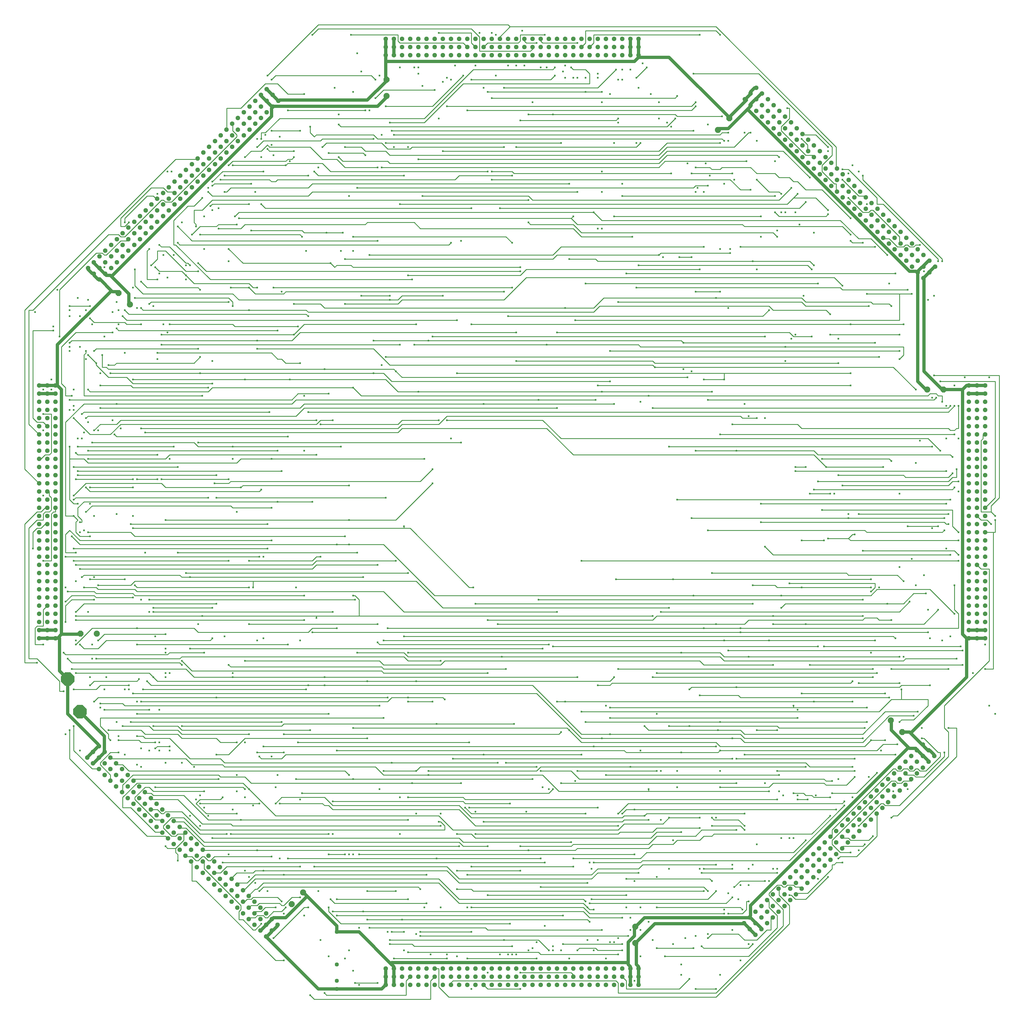
<source format=gbr>
G04 EAGLE Gerber RS-274X export*
G75*
%MOMM*%
%FSLAX34Y34*%
%LPD*%
%INTop Copper*%
%IPPOS*%
%AMOC8*
5,1,8,0,0,1.08239X$1,22.5*%
G01*
%ADD10P,1.484606X8X202.500000*%
%ADD11P,1.484606X8X292.500000*%
%ADD12P,1.484606X8X112.500000*%
%ADD13P,1.484606X8X67.500000*%
%ADD14P,1.484606X8X157.500000*%
%ADD15P,1.484606X8X337.500000*%
%ADD16P,1.484606X8X247.500000*%
%ADD17P,4.508804X8X22.500000*%
%ADD18P,1.319650X8X292.500000*%
%ADD19P,1.319650X8X112.500000*%
%ADD20C,1.905000*%
%ADD21P,2.061953X8X202.500000*%
%ADD22P,2.061953X8X247.500000*%
%ADD23P,2.061953X8X292.500000*%
%ADD24P,2.061953X8X337.500000*%
%ADD25P,2.061953X8X22.500000*%
%ADD26P,2.061953X8X67.500000*%
%ADD27P,1.484606X8X22.500000*%
%ADD28P,2.061953X8X112.500000*%
%ADD29P,2.061953X8X157.500000*%
%ADD30C,0.254000*%
%ADD31C,0.609600*%
%ADD32C,1.000000*%


D10*
X-1422400Y-393700D03*
X-1422400Y-368300D03*
X-1422400Y-342900D03*
X-1422400Y-317500D03*
X-1422400Y-292100D03*
X-1422400Y-266700D03*
X-1422400Y-241300D03*
X-1422400Y-215900D03*
X-1422400Y-190500D03*
X-1422400Y-165100D03*
X-1422400Y-139700D03*
X-1422400Y-114300D03*
X-1422400Y-88900D03*
X-1422400Y-63500D03*
X-1422400Y-38100D03*
X-1422400Y-12700D03*
X-1422400Y12700D03*
X-1422400Y38100D03*
X-1422400Y63500D03*
X-1422400Y88900D03*
X-1422400Y114300D03*
X-1422400Y139700D03*
X-1422400Y165100D03*
X-1422400Y190500D03*
X-1422400Y215900D03*
X-1422400Y241300D03*
X-1422400Y266700D03*
X-1422400Y292100D03*
X-1422400Y317500D03*
X-1422400Y342900D03*
X-1422400Y368300D03*
X-1422400Y393700D03*
X-1473200Y-393700D03*
X-1473200Y-368300D03*
X-1473200Y-342900D03*
X-1473200Y-317500D03*
X-1473200Y-292100D03*
X-1473200Y-266700D03*
X-1473200Y-241300D03*
X-1473200Y-215900D03*
X-1473200Y-190500D03*
X-1473200Y-165100D03*
X-1473200Y-139700D03*
X-1473200Y-114300D03*
X-1473200Y-88900D03*
X-1473200Y-63500D03*
X-1473200Y-38100D03*
X-1473200Y-12700D03*
X-1473200Y12700D03*
X-1473200Y38100D03*
X-1473200Y63500D03*
X-1473200Y88900D03*
X-1473200Y114300D03*
X-1473200Y139700D03*
X-1473200Y165100D03*
X-1473200Y190500D03*
X-1473200Y215900D03*
X-1473200Y241300D03*
X-1473200Y266700D03*
X-1473200Y292100D03*
X-1473200Y317500D03*
X-1473200Y342900D03*
X-1473200Y368300D03*
X-1473200Y393700D03*
X-1447800Y-393700D03*
X-1447800Y-368300D03*
X-1447800Y-342900D03*
X-1447800Y-317500D03*
X-1447800Y-292100D03*
X-1447800Y-266700D03*
X-1447800Y-241300D03*
X-1447800Y-215900D03*
X-1447800Y-190500D03*
X-1447800Y-165100D03*
X-1447800Y-139700D03*
X-1447800Y-114300D03*
X-1447800Y-88900D03*
X-1447800Y-63500D03*
X-1447800Y-38100D03*
X-1447800Y-12700D03*
X-1447800Y12700D03*
X-1447800Y38100D03*
X-1447800Y63500D03*
X-1447800Y88900D03*
X-1447800Y114300D03*
X-1447800Y139700D03*
X-1447800Y165100D03*
X-1447800Y190500D03*
X-1447800Y215900D03*
X-1447800Y241300D03*
X-1447800Y266700D03*
X-1447800Y292100D03*
X-1447800Y317500D03*
X-1447800Y342900D03*
X-1447800Y368300D03*
X-1447800Y393700D03*
D11*
X393700Y-1422400D03*
X368300Y-1422400D03*
X342900Y-1422400D03*
X317500Y-1422400D03*
X292100Y-1422400D03*
X266700Y-1422400D03*
X241300Y-1422400D03*
X215900Y-1422400D03*
X190500Y-1422400D03*
X165100Y-1422400D03*
X139700Y-1422400D03*
X114300Y-1422400D03*
X88900Y-1422400D03*
X63500Y-1422400D03*
X38100Y-1422400D03*
X12700Y-1422400D03*
X-12700Y-1422400D03*
X-38100Y-1422400D03*
X-63500Y-1422400D03*
X-88900Y-1422400D03*
X-114300Y-1422400D03*
X-139700Y-1422400D03*
X-165100Y-1422400D03*
X-190500Y-1422400D03*
X-215900Y-1422400D03*
X-241300Y-1422400D03*
X-266700Y-1422400D03*
X-292100Y-1422400D03*
X-317500Y-1422400D03*
X-342900Y-1422400D03*
X-368300Y-1422400D03*
X-393700Y-1422400D03*
X393700Y-1473200D03*
X368300Y-1473200D03*
X342900Y-1473200D03*
X317500Y-1473200D03*
X292100Y-1473200D03*
X266700Y-1473200D03*
X241300Y-1473200D03*
X215900Y-1473200D03*
X190500Y-1473200D03*
X165100Y-1473200D03*
X139700Y-1473200D03*
X114300Y-1473200D03*
X88900Y-1473200D03*
X63500Y-1473200D03*
X38100Y-1473200D03*
X12700Y-1473200D03*
X-12700Y-1473200D03*
X-38100Y-1473200D03*
X-63500Y-1473200D03*
X-88900Y-1473200D03*
X-114300Y-1473200D03*
X-139700Y-1473200D03*
X-165100Y-1473200D03*
X-190500Y-1473200D03*
X-215900Y-1473200D03*
X-241300Y-1473200D03*
X-266700Y-1473200D03*
X-292100Y-1473200D03*
X-317500Y-1473200D03*
X-342900Y-1473200D03*
X-368300Y-1473200D03*
X-393700Y-1473200D03*
X393700Y-1447800D03*
X368300Y-1447800D03*
X342900Y-1447800D03*
X317500Y-1447800D03*
X292100Y-1447800D03*
X266700Y-1447800D03*
X241300Y-1447800D03*
X215900Y-1447800D03*
X190500Y-1447800D03*
X165100Y-1447800D03*
X139700Y-1447800D03*
X114300Y-1447800D03*
X88900Y-1447800D03*
X63500Y-1447800D03*
X38100Y-1447800D03*
X12700Y-1447800D03*
X-12700Y-1447800D03*
X-38100Y-1447800D03*
X-63500Y-1447800D03*
X-88900Y-1447800D03*
X-114300Y-1447800D03*
X-139700Y-1447800D03*
X-165100Y-1447800D03*
X-190500Y-1447800D03*
X-215900Y-1447800D03*
X-241300Y-1447800D03*
X-266700Y-1447800D03*
X-292100Y-1447800D03*
X-317500Y-1447800D03*
X-342900Y-1447800D03*
X-368300Y-1447800D03*
X-393700Y-1447800D03*
D12*
X-393700Y1422400D03*
X-368300Y1422400D03*
X-342900Y1422400D03*
X-317500Y1422400D03*
X-292100Y1422400D03*
X-266700Y1422400D03*
X-241300Y1422400D03*
X-215900Y1422400D03*
X-190500Y1422400D03*
X-165100Y1422400D03*
X-139700Y1422400D03*
X-114300Y1422400D03*
X-88900Y1422400D03*
X-63500Y1422400D03*
X-38100Y1422400D03*
X-12700Y1422400D03*
X12700Y1422400D03*
X38100Y1422400D03*
X63500Y1422400D03*
X88900Y1422400D03*
X114300Y1422400D03*
X139700Y1422400D03*
X165100Y1422400D03*
X190500Y1422400D03*
X215900Y1422400D03*
X241300Y1422400D03*
X266700Y1422400D03*
X292100Y1422400D03*
X317500Y1422400D03*
X342900Y1422400D03*
X368300Y1422400D03*
X393700Y1422400D03*
X-393700Y1473200D03*
X-368300Y1473200D03*
X-342900Y1473200D03*
X-317500Y1473200D03*
X-292100Y1473200D03*
X-266700Y1473200D03*
X-241300Y1473200D03*
X-215900Y1473200D03*
X-190500Y1473200D03*
X-165100Y1473200D03*
X-139700Y1473200D03*
X-114300Y1473200D03*
X-88900Y1473200D03*
X-63500Y1473200D03*
X-38100Y1473200D03*
X-12700Y1473200D03*
X12700Y1473200D03*
X38100Y1473200D03*
X63500Y1473200D03*
X88900Y1473200D03*
X114300Y1473200D03*
X139700Y1473200D03*
X165100Y1473200D03*
X190500Y1473200D03*
X215900Y1473200D03*
X241300Y1473200D03*
X266700Y1473200D03*
X292100Y1473200D03*
X317500Y1473200D03*
X342900Y1473200D03*
X368300Y1473200D03*
X393700Y1473200D03*
X-393700Y1447800D03*
X-368300Y1447800D03*
X-342900Y1447800D03*
X-317500Y1447800D03*
X-292100Y1447800D03*
X-266700Y1447800D03*
X-241300Y1447800D03*
X-215900Y1447800D03*
X-190500Y1447800D03*
X-165100Y1447800D03*
X-139700Y1447800D03*
X-114300Y1447800D03*
X-88900Y1447800D03*
X-63500Y1447800D03*
X-38100Y1447800D03*
X-12700Y1447800D03*
X12700Y1447800D03*
X38100Y1447800D03*
X63500Y1447800D03*
X88900Y1447800D03*
X114300Y1447800D03*
X139700Y1447800D03*
X165100Y1447800D03*
X190500Y1447800D03*
X215900Y1447800D03*
X241300Y1447800D03*
X266700Y1447800D03*
X292100Y1447800D03*
X317500Y1447800D03*
X342900Y1447800D03*
X368300Y1447800D03*
X393700Y1447800D03*
D13*
X724829Y1285109D03*
X742790Y1267148D03*
X760750Y1249188D03*
X778711Y1231227D03*
X796671Y1213267D03*
X814632Y1195306D03*
X832592Y1177346D03*
X850553Y1159385D03*
X868513Y1141425D03*
X886474Y1123464D03*
X904434Y1105504D03*
X922395Y1087543D03*
X940355Y1069583D03*
X958316Y1051622D03*
X976276Y1033662D03*
X994237Y1015701D03*
X1012197Y997741D03*
X1030158Y979780D03*
X1048118Y961820D03*
X1066079Y943859D03*
X1084039Y925899D03*
X1102000Y907938D03*
X1119960Y889978D03*
X1137921Y872017D03*
X1155881Y854057D03*
X1173842Y836096D03*
X1191802Y818136D03*
X1209763Y800175D03*
X1227723Y782215D03*
X1245684Y764254D03*
X1263644Y746293D03*
X1281605Y728333D03*
X760750Y1321030D03*
X778711Y1303069D03*
X796671Y1285109D03*
X814632Y1267148D03*
X832592Y1249188D03*
X850553Y1231227D03*
X868513Y1213267D03*
X886474Y1195306D03*
X904434Y1177346D03*
X922395Y1159385D03*
X940355Y1141425D03*
X958316Y1123464D03*
X976276Y1105504D03*
X994237Y1087543D03*
X1012197Y1069583D03*
X1030158Y1051622D03*
X1048118Y1033662D03*
X1066079Y1015701D03*
X1084039Y997741D03*
X1102000Y979780D03*
X1119960Y961820D03*
X1137921Y943859D03*
X1155881Y925899D03*
X1173842Y907938D03*
X1191802Y889978D03*
X1209763Y872017D03*
X1227723Y854057D03*
X1245684Y836096D03*
X1263644Y818136D03*
X1281605Y800175D03*
X1299565Y782215D03*
X1317526Y764254D03*
X742790Y1303069D03*
X760750Y1285109D03*
X778711Y1267148D03*
X796671Y1249188D03*
X814632Y1231227D03*
X832592Y1213267D03*
X850553Y1195306D03*
X868513Y1177346D03*
X886474Y1159385D03*
X904434Y1141425D03*
X922395Y1123464D03*
X940355Y1105504D03*
X958316Y1087543D03*
X976276Y1069583D03*
X994237Y1051622D03*
X1012197Y1033662D03*
X1030158Y1015701D03*
X1048118Y997741D03*
X1066079Y979780D03*
X1084039Y961820D03*
X1102000Y943859D03*
X1119960Y925899D03*
X1137921Y907938D03*
X1155881Y889978D03*
X1173842Y872017D03*
X1191802Y854057D03*
X1209763Y836096D03*
X1227723Y818136D03*
X1245684Y800175D03*
X1263644Y782215D03*
X1281605Y764254D03*
X1299565Y746293D03*
D14*
X-1284769Y724009D03*
X-1266809Y741970D03*
X-1248848Y759930D03*
X-1230888Y777891D03*
X-1212927Y795851D03*
X-1194967Y813812D03*
X-1177006Y831772D03*
X-1159046Y849733D03*
X-1141085Y867694D03*
X-1123125Y885654D03*
X-1105164Y903615D03*
X-1087204Y921575D03*
X-1069243Y939536D03*
X-1051283Y957496D03*
X-1033322Y975457D03*
X-1015362Y993417D03*
X-997401Y1011378D03*
X-979441Y1029338D03*
X-961480Y1047299D03*
X-943520Y1065259D03*
X-925559Y1083220D03*
X-907599Y1101180D03*
X-889638Y1119141D03*
X-871678Y1137101D03*
X-853717Y1155062D03*
X-835757Y1173022D03*
X-817796Y1190983D03*
X-799836Y1208943D03*
X-781875Y1226904D03*
X-763915Y1244864D03*
X-745954Y1262825D03*
X-727994Y1280785D03*
X-1320690Y759930D03*
X-1302730Y777891D03*
X-1284769Y795851D03*
X-1266809Y813812D03*
X-1248848Y831772D03*
X-1230888Y849733D03*
X-1212927Y867694D03*
X-1194967Y885654D03*
X-1177006Y903615D03*
X-1159046Y921575D03*
X-1141085Y939536D03*
X-1123125Y957496D03*
X-1105164Y975457D03*
X-1087204Y993417D03*
X-1069243Y1011378D03*
X-1051283Y1029338D03*
X-1033322Y1047299D03*
X-1015362Y1065259D03*
X-997401Y1083220D03*
X-979441Y1101180D03*
X-961480Y1119141D03*
X-943520Y1137101D03*
X-925559Y1155062D03*
X-907599Y1173022D03*
X-889638Y1190983D03*
X-871678Y1208943D03*
X-853717Y1226904D03*
X-835757Y1244864D03*
X-817796Y1262825D03*
X-799836Y1280785D03*
X-781875Y1298746D03*
X-763915Y1316706D03*
X-1302730Y741970D03*
X-1284769Y759930D03*
X-1266809Y777891D03*
X-1248848Y795851D03*
X-1230888Y813812D03*
X-1212927Y831772D03*
X-1194967Y849733D03*
X-1177006Y867694D03*
X-1159046Y885654D03*
X-1141085Y903615D03*
X-1123125Y921575D03*
X-1105164Y939536D03*
X-1087204Y957496D03*
X-1069243Y975457D03*
X-1051283Y993417D03*
X-1033322Y1011378D03*
X-1015362Y1029338D03*
X-997401Y1047299D03*
X-979441Y1065259D03*
X-961480Y1083220D03*
X-943520Y1101180D03*
X-925559Y1119141D03*
X-907599Y1137101D03*
X-889638Y1155062D03*
X-871678Y1173022D03*
X-853717Y1190983D03*
X-835757Y1208943D03*
X-817796Y1226904D03*
X-799836Y1244864D03*
X-781875Y1262825D03*
X-763915Y1280785D03*
X-745954Y1298746D03*
D15*
X1279245Y-724274D03*
X1261284Y-742234D03*
X1243324Y-760195D03*
X1225363Y-778155D03*
X1207403Y-796116D03*
X1189442Y-814076D03*
X1171481Y-832037D03*
X1153521Y-849997D03*
X1135560Y-867958D03*
X1117600Y-885918D03*
X1099639Y-903879D03*
X1081679Y-921839D03*
X1063718Y-939800D03*
X1045758Y-957760D03*
X1027797Y-975721D03*
X1009837Y-993682D03*
X991876Y-1011642D03*
X973916Y-1029603D03*
X955955Y-1047563D03*
X937995Y-1065524D03*
X920034Y-1083484D03*
X902074Y-1101445D03*
X884113Y-1119405D03*
X866153Y-1137366D03*
X848192Y-1155326D03*
X830232Y-1173287D03*
X812271Y-1191247D03*
X794311Y-1209208D03*
X776350Y-1227168D03*
X758390Y-1245129D03*
X740429Y-1263089D03*
X722469Y-1281050D03*
X1315166Y-760195D03*
X1297205Y-778155D03*
X1279245Y-796116D03*
X1261284Y-814076D03*
X1243324Y-832037D03*
X1225363Y-849997D03*
X1207403Y-867958D03*
X1189442Y-885918D03*
X1171481Y-903879D03*
X1153521Y-921839D03*
X1135560Y-939800D03*
X1117600Y-957760D03*
X1099639Y-975721D03*
X1081679Y-993682D03*
X1063718Y-1011642D03*
X1045758Y-1029603D03*
X1027797Y-1047563D03*
X1009837Y-1065524D03*
X991876Y-1083484D03*
X973916Y-1101445D03*
X955955Y-1119405D03*
X937995Y-1137366D03*
X920034Y-1155326D03*
X902074Y-1173287D03*
X884113Y-1191247D03*
X866153Y-1209208D03*
X848192Y-1227168D03*
X830232Y-1245129D03*
X812271Y-1263089D03*
X794311Y-1281050D03*
X776350Y-1299010D03*
X758390Y-1316971D03*
X1297205Y-742234D03*
X1279245Y-760195D03*
X1261284Y-778155D03*
X1243324Y-796116D03*
X1225363Y-814076D03*
X1207403Y-832037D03*
X1189442Y-849997D03*
X1171481Y-867958D03*
X1153521Y-885918D03*
X1135560Y-903879D03*
X1117600Y-921839D03*
X1099639Y-939800D03*
X1081679Y-957760D03*
X1063718Y-975721D03*
X1045758Y-993682D03*
X1027797Y-1011642D03*
X1009837Y-1029603D03*
X991876Y-1047563D03*
X973916Y-1065524D03*
X955955Y-1083484D03*
X937995Y-1101445D03*
X920034Y-1119405D03*
X902074Y-1137366D03*
X884113Y-1155326D03*
X866153Y-1173287D03*
X848192Y-1191247D03*
X830232Y-1209208D03*
X812271Y-1227168D03*
X794311Y-1245129D03*
X776350Y-1263089D03*
X758390Y-1281050D03*
X740429Y-1299010D03*
D16*
X-730173Y-1286046D03*
X-748133Y-1268085D03*
X-766094Y-1250125D03*
X-784054Y-1232164D03*
X-802015Y-1214204D03*
X-819975Y-1196243D03*
X-837936Y-1178283D03*
X-855896Y-1160322D03*
X-873857Y-1142362D03*
X-891817Y-1124401D03*
X-909778Y-1106441D03*
X-927738Y-1088480D03*
X-945699Y-1070520D03*
X-963659Y-1052559D03*
X-981620Y-1034599D03*
X-999580Y-1016638D03*
X-1017541Y-998678D03*
X-1035501Y-980717D03*
X-1053462Y-962757D03*
X-1071422Y-944796D03*
X-1089383Y-926836D03*
X-1107343Y-908875D03*
X-1125304Y-890915D03*
X-1143264Y-872954D03*
X-1161225Y-854994D03*
X-1179185Y-837033D03*
X-1197146Y-819073D03*
X-1215106Y-801112D03*
X-1233067Y-783151D03*
X-1251027Y-765191D03*
X-1268988Y-747230D03*
X-1286948Y-729270D03*
X-766094Y-1321967D03*
X-784054Y-1304006D03*
X-802015Y-1286046D03*
X-819975Y-1268085D03*
X-837936Y-1250125D03*
X-855896Y-1232164D03*
X-873857Y-1214204D03*
X-891817Y-1196243D03*
X-909778Y-1178283D03*
X-927738Y-1160322D03*
X-945699Y-1142362D03*
X-963659Y-1124401D03*
X-981620Y-1106441D03*
X-999580Y-1088480D03*
X-1017541Y-1070520D03*
X-1035501Y-1052559D03*
X-1053462Y-1034599D03*
X-1071422Y-1016638D03*
X-1089383Y-998678D03*
X-1107343Y-980717D03*
X-1125304Y-962757D03*
X-1143264Y-944796D03*
X-1161225Y-926836D03*
X-1179185Y-908875D03*
X-1197146Y-890915D03*
X-1215106Y-872954D03*
X-1233067Y-854994D03*
X-1251027Y-837033D03*
X-1268988Y-819073D03*
X-1286948Y-801112D03*
X-1304909Y-783151D03*
X-1322869Y-765191D03*
X-748133Y-1304006D03*
X-766094Y-1286046D03*
X-784054Y-1268085D03*
X-802015Y-1250125D03*
X-819975Y-1232164D03*
X-837936Y-1214204D03*
X-855896Y-1196243D03*
X-873857Y-1178283D03*
X-891817Y-1160322D03*
X-909778Y-1142362D03*
X-927738Y-1124401D03*
X-945699Y-1106441D03*
X-963659Y-1088480D03*
X-981620Y-1070520D03*
X-999580Y-1052559D03*
X-1017541Y-1034599D03*
X-1035501Y-1016638D03*
X-1053462Y-998678D03*
X-1071422Y-980717D03*
X-1089383Y-962757D03*
X-1107343Y-944796D03*
X-1125304Y-926836D03*
X-1143264Y-908875D03*
X-1161225Y-890915D03*
X-1179185Y-872954D03*
X-1197146Y-854994D03*
X-1215106Y-837033D03*
X-1233067Y-819073D03*
X-1251027Y-801112D03*
X-1268988Y-783151D03*
X-1286948Y-765191D03*
X-1304909Y-747230D03*
D17*
X-1384300Y-520700D03*
X-1346200Y-622300D03*
D18*
X-546100Y-1460500D03*
X-546100Y-1485900D03*
D19*
X-546100Y-1409700D03*
X-546100Y-1308100D03*
D20*
X-1293859Y-379459D03*
D21*
X-1344659Y-379459D03*
D20*
X-650782Y-1185458D03*
D22*
X-686703Y-1221379D03*
D20*
X383817Y-1291680D03*
D23*
X383817Y-1342480D03*
D20*
X1179559Y-649241D03*
D24*
X1215480Y-685162D03*
D20*
X1293221Y381000D03*
D25*
X1344021Y381000D03*
D20*
X640899Y1190080D03*
D26*
X676820Y1226001D03*
D27*
X1422400Y393700D03*
X1422400Y368300D03*
X1422400Y342900D03*
X1422400Y317500D03*
X1422400Y292100D03*
X1422400Y266700D03*
X1422400Y241300D03*
X1422400Y215900D03*
X1422400Y190500D03*
X1422400Y165100D03*
X1422400Y139700D03*
X1422400Y114300D03*
X1422400Y88900D03*
X1422400Y63500D03*
X1422400Y38100D03*
X1422400Y12700D03*
X1422400Y-12700D03*
X1422400Y-38100D03*
X1422400Y-63500D03*
X1422400Y-88900D03*
X1422400Y-114300D03*
X1422400Y-139700D03*
X1422400Y-165100D03*
X1422400Y-190500D03*
X1422400Y-215900D03*
X1422400Y-241300D03*
X1422400Y-266700D03*
X1422400Y-292100D03*
X1422400Y-317500D03*
X1422400Y-342900D03*
X1422400Y-368300D03*
X1422400Y-393700D03*
X1473200Y393700D03*
X1473200Y368300D03*
X1473200Y342900D03*
X1473200Y317500D03*
X1473200Y292100D03*
X1473200Y266700D03*
X1473200Y241300D03*
X1473200Y215900D03*
X1473200Y190500D03*
X1473200Y165100D03*
X1473200Y139700D03*
X1473200Y114300D03*
X1473200Y88900D03*
X1473200Y63500D03*
X1473200Y38100D03*
X1473200Y12700D03*
X1473200Y-12700D03*
X1473200Y-38100D03*
X1473200Y-63500D03*
X1473200Y-88900D03*
X1473200Y-114300D03*
X1473200Y-139700D03*
X1473200Y-165100D03*
X1473200Y-190500D03*
X1473200Y-215900D03*
X1473200Y-241300D03*
X1473200Y-266700D03*
X1473200Y-292100D03*
X1473200Y-317500D03*
X1473200Y-342900D03*
X1473200Y-368300D03*
X1473200Y-393700D03*
X1447800Y393700D03*
X1447800Y368300D03*
X1447800Y342900D03*
X1447800Y317500D03*
X1447800Y292100D03*
X1447800Y266700D03*
X1447800Y241300D03*
X1447800Y215900D03*
X1447800Y190500D03*
X1447800Y165100D03*
X1447800Y139700D03*
X1447800Y114300D03*
X1447800Y88900D03*
X1447800Y63500D03*
X1447800Y38100D03*
X1447800Y12700D03*
X1447800Y-12700D03*
X1447800Y-38100D03*
X1447800Y-63500D03*
X1447800Y-88900D03*
X1447800Y-114300D03*
X1447800Y-139700D03*
X1447800Y-165100D03*
X1447800Y-190500D03*
X1447800Y-215900D03*
X1447800Y-241300D03*
X1447800Y-266700D03*
X1447800Y-292100D03*
X1447800Y-317500D03*
X1447800Y-342900D03*
X1447800Y-368300D03*
X1447800Y-393700D03*
D20*
X-390618Y1295400D03*
D28*
X-390618Y1346200D03*
D20*
X-1190080Y646159D03*
D29*
X-1226001Y682080D03*
D30*
X-1358900Y-336550D02*
X-647700Y-336550D01*
X349250Y-946150D02*
X412750Y-946150D01*
X349250Y-946150D02*
X342900Y-952500D01*
X-127000Y-952500D01*
X-165100Y-914400D01*
X-558800Y-914400D01*
X-584200Y-889000D01*
X-717550Y-889000D01*
X-736600Y-908050D01*
X723900Y-755650D02*
X1193800Y-755650D01*
X723900Y-939800D02*
X419100Y-939800D01*
X412750Y-946150D01*
X-882650Y666750D02*
X-1174750Y666750D01*
X-882650Y666750D02*
X-869950Y654050D01*
X-869950Y641350D01*
X476250Y1092200D02*
X730250Y1092200D01*
X476250Y1092200D02*
X457200Y1073150D01*
X-406400Y1073150D01*
D31*
X-647700Y-336550D03*
X-1358900Y-336550D03*
X412750Y-946150D03*
X-736600Y-908050D03*
X1193800Y-755650D03*
X723900Y-755650D03*
X723900Y-939800D03*
X-1174750Y666750D03*
X-869950Y641350D03*
X730250Y1092200D03*
X-406400Y1073150D03*
X723900Y336550D03*
D30*
X438150Y-514350D02*
X1123950Y-514350D01*
X438150Y-323850D02*
X-476250Y-323850D01*
X-609600Y-323850D01*
X-965200Y-323850D01*
X-1358900Y-323850D01*
X-1327150Y495300D02*
X-1327150Y501650D01*
X-1327150Y495300D02*
X-1333500Y488950D01*
X-1333500Y361950D01*
X-965200Y361950D01*
X-800100Y-1244600D02*
X-781050Y-1244600D01*
X-768350Y-1231900D01*
X-736600Y-1231900D01*
X-609600Y-330200D02*
X-609600Y-323850D01*
X-800100Y-1244600D02*
X-802015Y-1250125D01*
X-495300Y-260350D02*
X-488950Y-260350D01*
X-476250Y-273050D01*
X-476250Y-323850D01*
X1358900Y323850D02*
X1365250Y330200D01*
X1358900Y323850D02*
X438150Y323850D01*
D31*
X438150Y-1333500D03*
X438150Y-514350D03*
X1123950Y-514350D03*
X-1358900Y-323850D03*
X438150Y-323850D03*
X-1327150Y628650D03*
X-1327150Y501650D03*
X-965200Y361950D03*
X-965200Y-323850D03*
X-736600Y-1231900D03*
X-609600Y-330200D03*
X-469900Y1371600D03*
X-495300Y-260350D03*
X1365250Y330200D03*
X438150Y323850D03*
X482600Y1212850D03*
D30*
X-800100Y-1263650D02*
X-819150Y-1263650D01*
X-800100Y-1263650D02*
X-793750Y-1257300D01*
X-774700Y-1257300D01*
X-768350Y-1263650D01*
X-762000Y-1263650D01*
X-742950Y-1244600D01*
X-717550Y-1244600D01*
X-704850Y-1231900D01*
X-819150Y-1263650D02*
X-819975Y-1268085D01*
X1162050Y-622300D02*
X1263650Y-622300D01*
X1162050Y-622300D02*
X1092200Y-692150D01*
X723900Y-692150D01*
X711200Y-679450D01*
X641350Y-679450D01*
X-1390650Y-342900D02*
X-1390650Y-292100D01*
X-1371600Y-273050D01*
X-1301750Y-273050D01*
X-933450Y387350D02*
X-495300Y387350D01*
X-933450Y387350D02*
X-946150Y374650D01*
X-1314450Y374650D01*
X-1320800Y381000D01*
X1339850Y361950D02*
X1339850Y342900D01*
X1339850Y361950D02*
X1327150Y361950D01*
X1320800Y368300D01*
X1301750Y368300D01*
X1295400Y361950D01*
X425450Y361950D02*
X-469900Y361950D01*
X425450Y361950D02*
X1295400Y361950D01*
X-469900Y361950D02*
X-495300Y387350D01*
X425450Y-679450D02*
X641350Y-679450D01*
X425450Y-679450D02*
X412750Y-666750D01*
D31*
X-704850Y-1231900D03*
X463550Y-958850D03*
X1263650Y-622300D03*
X641350Y-679450D03*
X463550Y-806450D03*
X-1390650Y-342900D03*
X-1301750Y-273050D03*
X-1289050Y254000D03*
X-1377950Y514350D03*
X-1377950Y628650D03*
X-552450Y1320800D03*
X-495300Y387350D03*
X-1320800Y381000D03*
X1339850Y342900D03*
X393700Y1320800D03*
X425450Y361950D03*
X412750Y-666750D03*
D30*
X-1371600Y533400D02*
X-1377950Y527050D01*
X-1371600Y533400D02*
X-793750Y533400D01*
X387350Y1136650D02*
X400050Y1149350D01*
X387350Y1136650D02*
X12700Y1136650D01*
X12700Y558800D02*
X-660400Y558800D01*
X-685800Y533400D01*
X-793750Y533400D01*
X444500Y463550D02*
X1016000Y463550D01*
X444500Y463550D02*
X438150Y469900D01*
X12700Y469900D01*
X-1289050Y-800100D02*
X-1308100Y-800100D01*
X-1365250Y-742950D01*
X-1365250Y-666750D01*
X-1295400Y-457200D02*
X-1035050Y-457200D01*
X-1028700Y-450850D01*
X-336550Y-450850D01*
X-323850Y-463550D01*
X-222250Y-463550D01*
X-171450Y-1003300D02*
X-127000Y-1003300D01*
X-114300Y-1016000D01*
X431800Y-1016000D01*
X450850Y-996950D01*
X527050Y-996950D01*
X-1286948Y-801112D02*
X-1289050Y-800100D01*
X1079500Y-533400D02*
X1206500Y-533400D01*
D31*
X-1428750Y577850D03*
X-1377950Y609600D03*
X-1377950Y527050D03*
X-793750Y533400D03*
X-800100Y996950D03*
X400050Y1149350D03*
X12700Y1136650D03*
X12700Y558800D03*
X1295400Y660400D03*
X1016000Y463550D03*
X12700Y469900D03*
X527050Y-996950D03*
X527050Y-1409700D03*
X736600Y-1346200D03*
X-1365250Y-666750D03*
X-1295400Y-457200D03*
X-222250Y-463550D03*
X-171450Y-1003300D03*
X1206500Y-533400D03*
X1079500Y-533400D03*
D30*
X1022350Y698500D02*
X387350Y698500D01*
X1022350Y698500D02*
X1028700Y692150D01*
X1231900Y692150D01*
X234950Y-1270000D02*
X-342900Y-1270000D01*
X-450850Y-1270000D01*
X234950Y-1270000D02*
X241300Y-1276350D01*
X-946150Y387350D02*
X-1181100Y387350D01*
X-1187450Y393700D01*
X-1282700Y393700D01*
X215900Y857250D02*
X374650Y857250D01*
X215900Y857250D02*
X190500Y882650D01*
X-285750Y882650D01*
X-304800Y901700D01*
X-450850Y901700D01*
X-457200Y895350D01*
X-831850Y895350D01*
X-844550Y882650D01*
X-914400Y882650D01*
D31*
X368300Y1377950D03*
X387350Y698500D03*
X1231900Y692150D03*
X1301750Y-393700D03*
X-450850Y-1270000D03*
X241300Y-1276350D03*
X-1377950Y317500D03*
X-1282700Y393700D03*
X-1231900Y-6350D03*
X-1231900Y-654050D03*
X-768350Y1174750D03*
X-914400Y946150D03*
X-946150Y387350D03*
X-342900Y-1270000D03*
X-349250Y-1003300D03*
X374650Y857250D03*
X-914400Y882650D03*
D30*
X-1016000Y-768350D02*
X-1250950Y-768350D01*
X-1016000Y-768350D02*
X-996950Y-787400D01*
X-901700Y-787400D01*
X-895350Y-793750D01*
X-425450Y-793750D01*
X-400050Y-819150D01*
X-260350Y-819150D01*
X-1250950Y-768350D02*
X-1251027Y-765191D01*
X692150Y-1168400D02*
X711200Y-1149350D01*
X787400Y-1149350D01*
X425450Y-869950D02*
X146050Y-869950D01*
X425450Y-869950D02*
X800100Y-869950D01*
X146050Y-869950D02*
X95250Y-819150D01*
X-260350Y-819150D01*
X-1225550Y565150D02*
X-1231900Y571500D01*
X-1225550Y565150D02*
X-730250Y565150D01*
X444500Y450850D02*
X1187450Y450850D01*
X1257300Y381000D01*
X-431800Y508000D02*
X-793750Y508000D01*
X-431800Y508000D02*
X-381000Y457200D01*
X438150Y457200D01*
X444500Y450850D01*
X425450Y-863600D02*
X425450Y-869950D01*
D31*
X-260350Y-819150D03*
X-273050Y-1231900D03*
X692150Y-1168400D03*
X787400Y-1149350D03*
X800100Y-869950D03*
X-1435100Y381000D03*
X-1231900Y571500D03*
X-730250Y565150D03*
X-723900Y1168400D03*
X431800Y1301750D03*
X444500Y450850D03*
X1257300Y381000D03*
X1295400Y-304800D03*
X-793750Y508000D03*
X425450Y-863600D03*
D30*
X-971550Y431800D02*
X-1250950Y431800D01*
X-488950Y-1466850D02*
X-419100Y-1466850D01*
X-431800Y431800D02*
X-971550Y431800D01*
X-374650Y406400D02*
X304800Y406400D01*
X-374650Y406400D02*
X-400050Y431800D01*
X-431800Y431800D01*
X806450Y-1263650D02*
X806450Y-1301750D01*
X793750Y-1301750D01*
X762000Y-1333500D01*
X723900Y-1333500D01*
X704850Y-1314450D01*
X622300Y-1314450D01*
X609600Y-1327150D01*
X622300Y-1149350D02*
X615950Y-1143000D01*
X355600Y-1143000D01*
X806450Y-1263650D02*
X812271Y-1263089D01*
X1206500Y501650D02*
X304800Y501650D01*
X330200Y-488950D02*
X1123950Y-488950D01*
D31*
X-1365250Y330200D03*
X-1225550Y-698500D03*
X-793750Y1162050D03*
X-933450Y939800D03*
X-933450Y469900D03*
X-971550Y431800D03*
X-1250950Y431800D03*
X-419100Y-1466850D03*
X-488950Y-1466850D03*
X-431800Y431800D03*
X304800Y1301750D03*
X304800Y406400D03*
X609600Y-1327150D03*
X622300Y-1149350D03*
X355600Y-1143000D03*
X1206500Y501650D03*
X304800Y501650D03*
X1123950Y-488950D03*
X330200Y-488950D03*
D30*
X971550Y-419100D02*
X1397000Y-419100D01*
X-317500Y-1447800D02*
X-330200Y-1460500D01*
X-330200Y-1504950D01*
X-577850Y-1504950D01*
X-584200Y-1498600D01*
X-571500Y-628650D02*
X-1168400Y-628650D01*
X-317500Y-1447800D02*
X-317500Y-1447800D01*
X-685800Y349250D02*
X-1377950Y349250D01*
X-685800Y349250D02*
X-666750Y368300D01*
X-571500Y368300D01*
X139700Y800100D02*
X457200Y800100D01*
X139700Y800100D02*
X127000Y787400D01*
X-520700Y787400D01*
X463550Y806450D02*
X679450Y806450D01*
X463550Y806450D02*
X457200Y800100D01*
X901700Y-88900D02*
X971550Y-88900D01*
D31*
X812800Y-1111250D03*
X971550Y-419100D03*
X1397000Y-419100D03*
X-584200Y-1498600D03*
X-571500Y-628650D03*
X-1168400Y-628650D03*
X-1206500Y-755650D03*
X-1460500Y381000D03*
X-1377950Y349250D03*
X-571500Y368300D03*
X-539750Y1238250D03*
X-533400Y812800D03*
X457200Y1225550D03*
X457200Y800100D03*
X-520700Y787400D03*
X679450Y806450D03*
X971550Y-88900D03*
X901700Y-88900D03*
X908050Y673100D03*
D30*
X-520700Y-806450D02*
X-508000Y-819150D01*
X-520700Y-806450D02*
X-1193800Y-806450D01*
X-1212850Y-787400D01*
X-1231900Y-787400D01*
X-1233067Y-783151D01*
X-1346200Y-101600D02*
X-1371600Y-76200D01*
X-546100Y-101600D02*
X-508000Y-101600D01*
X-546100Y-101600D02*
X-1346200Y-101600D01*
X266700Y1320800D02*
X323850Y1377950D01*
X266700Y1320800D02*
X-25400Y1320800D01*
X-25400Y1136650D02*
X-311150Y1136650D01*
X-317500Y1130300D01*
X-387350Y1130300D01*
X-406400Y1149350D01*
X-577850Y1149350D01*
X-590550Y1136650D01*
X-241300Y-260350D02*
X565150Y-260350D01*
X-241300Y-260350D02*
X-400050Y-101600D01*
X-508000Y-101600D01*
X1301750Y-241300D02*
X1377950Y-317500D01*
X1301750Y-241300D02*
X1136650Y-241300D01*
X1117600Y-260350D01*
X838200Y-260350D02*
X565150Y-260350D01*
X838200Y-260350D02*
X1117600Y-260350D01*
D31*
X-412750Y-863600D03*
X-508000Y-819150D03*
X-1333500Y247650D03*
X-1371600Y-76200D03*
X-508000Y-101600D03*
X-590550Y1136650D03*
X-546100Y-101600D03*
X323850Y1377950D03*
X-25400Y1320800D03*
X-25400Y1136650D03*
X571500Y-1320800D03*
X565150Y-260350D03*
X1377950Y-317500D03*
X850900Y469900D03*
X838200Y-260350D03*
D30*
X-1225550Y-749300D02*
X-1250950Y-749300D01*
X-1282700Y-781050D01*
X-1282700Y-787400D01*
X-1250950Y-819150D01*
X-1250950Y-831850D01*
X-1251027Y-837033D01*
X-1320800Y190500D02*
X-730250Y190500D01*
X749300Y-1346200D02*
X736600Y-1358900D01*
X596900Y-1358900D01*
X590550Y-1352550D01*
X590550Y-1123950D02*
X825500Y-1123950D01*
X927100Y-476250D02*
X1403350Y-476250D01*
X1206500Y552450D02*
X990600Y552450D01*
X990600Y57150D02*
X927100Y57150D01*
X0Y698500D02*
X-742950Y698500D01*
X-762000Y-38100D02*
X-1187450Y-38100D01*
D31*
X-495300Y-1428750D03*
X-495300Y-1066800D03*
X-1225550Y-749300D03*
X-1320800Y190500D03*
X-730250Y190500D03*
X-742950Y1111250D03*
X749300Y-1346200D03*
X590550Y-1352550D03*
X590550Y-1123950D03*
X825500Y-1123950D03*
X844550Y-882650D03*
X927100Y-476250D03*
X1403350Y-476250D03*
X1206500Y552450D03*
X990600Y552450D03*
X990600Y57150D03*
X927100Y57150D03*
X342900Y1346200D03*
X342900Y1022350D03*
X-742950Y698500D03*
X0Y698500D03*
X-1206500Y-552450D03*
X-1187450Y-38100D03*
X-762000Y-38100D03*
D30*
X-1333500Y311150D02*
X-1339850Y304800D01*
X-1333500Y311150D02*
X-755650Y311150D01*
X-323850Y-1371600D02*
X82550Y-1371600D01*
X88900Y-1377950D01*
X330200Y-1377950D01*
X-323850Y-1206500D02*
X-546100Y-1206500D01*
X1187450Y-387350D02*
X1193800Y-393700D01*
X1187450Y-387350D02*
X-336550Y-387350D01*
D31*
X-1339850Y304800D03*
X-755650Y311150D03*
X-749300Y1143000D03*
X-50800Y1485900D03*
X1219200Y-450850D03*
X1174750Y711200D03*
X-323850Y-1371600D03*
X330200Y-1377950D03*
X-1155700Y-793750D03*
X-1155700Y-736600D03*
X-958850Y-920750D03*
X-546100Y-1206500D03*
X-323850Y-1206500D03*
X1193800Y-393700D03*
X-336550Y-387350D03*
X-406400Y457200D03*
D30*
X-1333500Y-285750D02*
X-1358900Y-311150D01*
X-1333500Y-285750D02*
X-920750Y-285750D01*
X-901700Y-889000D02*
X-908050Y-895350D01*
X-971550Y-895350D01*
X-984250Y-908050D01*
X-952500Y-939800D01*
X-857250Y-939800D01*
X-285750Y95250D02*
X-247650Y133350D01*
X-285750Y95250D02*
X-876300Y95250D01*
X-882650Y88900D01*
X-927100Y88900D01*
X292100Y-819150D02*
X831850Y-819150D01*
X787400Y546100D02*
X-247650Y546100D01*
D31*
X-1358900Y-311150D03*
X-920750Y-285750D03*
X-901700Y-889000D03*
X-857250Y-939800D03*
X-1244600Y622300D03*
X-1282700Y431800D03*
X-927100Y88900D03*
X-292100Y1384300D03*
X-247650Y133350D03*
X292100Y-1390650D03*
X292100Y-603250D03*
X831850Y-869950D03*
X831850Y-819150D03*
X292100Y-819150D03*
X787400Y546100D03*
X-247650Y546100D03*
X787400Y292100D03*
D30*
X-812800Y-1225550D02*
X-819150Y-1231900D01*
X-812800Y-1225550D02*
X-793750Y-1225550D01*
X-787400Y-1219200D01*
X-723900Y-1219200D01*
X-717550Y-1225550D01*
X-711200Y-1225550D01*
X-685800Y-1200150D01*
X-660400Y-1200150D01*
X-819150Y-1231900D02*
X-819975Y-1232164D01*
X-127000Y-939800D02*
X228600Y-939800D01*
X-127000Y-939800D02*
X-146050Y-920750D01*
X1225550Y-819150D02*
X1250950Y-819150D01*
X1257300Y-825500D01*
X1282700Y-825500D01*
X1346200Y-762000D01*
X1346200Y-749300D01*
X647700Y-654050D02*
X228600Y-654050D01*
X647700Y-654050D02*
X1104900Y-654050D01*
X1225363Y-814076D02*
X1225550Y-819150D01*
X-1447800Y-292100D02*
X-1460500Y-304800D01*
X-1460500Y-355600D01*
X-1479550Y-355600D01*
X-1485900Y-361950D01*
X-1485900Y-412750D01*
X-1460500Y-412750D01*
X-1111250Y-736600D02*
X-1104900Y-730250D01*
X-1066800Y-730250D01*
X-1447800Y-292100D02*
X-1447800Y-292100D01*
X-1301750Y501650D02*
X-1295400Y508000D01*
X-977900Y508000D01*
X571500Y685800D02*
X647700Y685800D01*
X647700Y241300D02*
X1377950Y241300D01*
D31*
X-660400Y-1200150D03*
X368300Y-1301750D03*
X381000Y-1149350D03*
X247650Y-1111250D03*
X228600Y-939800D03*
X-146050Y-920750D03*
X1346200Y-749300D03*
X1104900Y-654050D03*
X228600Y-654050D03*
X-1460500Y-412750D03*
X-1308100Y-457200D03*
X-1308100Y-412750D03*
X-1111250Y-736600D03*
X-1066800Y-730250D03*
X-1079500Y-501650D03*
X-774700Y-393700D03*
X-774700Y-139700D03*
X-1301750Y501650D03*
X-977900Y508000D03*
X723900Y1181100D03*
X571500Y996950D03*
X571500Y685800D03*
X647700Y685800D03*
X647700Y-654050D03*
X1377950Y241300D03*
X647700Y241300D03*
D30*
X1022350Y-1060450D02*
X1054100Y-1060450D01*
X1022350Y-1060450D02*
X996950Y-1035050D01*
X996950Y-1022350D01*
X1181100Y-838200D01*
X1193800Y-838200D01*
X1200150Y-844550D01*
X1212850Y-844550D01*
X1219200Y-838200D01*
X1244600Y-838200D01*
X1243324Y-832037D01*
X-1016000Y-488950D02*
X-1371600Y-488950D01*
X-1016000Y-488950D02*
X-990600Y-514350D01*
X-869950Y-514350D01*
X-1276350Y450850D02*
X-1276350Y488950D01*
X-1276350Y450850D02*
X-1263650Y450850D01*
X-1257300Y444500D01*
X-584200Y444500D01*
X-584200Y-514350D02*
X-869950Y-514350D01*
X-361950Y438150D02*
X-368300Y444500D01*
X-584200Y444500D01*
X558800Y1250950D02*
X571500Y1263650D01*
X558800Y1250950D02*
X-139700Y1250950D01*
X-247650Y1263650D02*
X-152400Y1358900D01*
X-247650Y1263650D02*
X-393700Y1263650D01*
X-342900Y419100D02*
X546100Y419100D01*
X-342900Y419100D02*
X-361950Y438150D01*
X685800Y-1200150D02*
X666750Y-1219200D01*
X241300Y-1219200D01*
X203200Y-514350D02*
X-584200Y-514350D01*
D31*
X1054100Y-1060450D03*
X-1371600Y-488950D03*
X-869950Y-514350D03*
X-869950Y-927100D03*
X-1308100Y584200D03*
X-1276350Y488950D03*
X-584200Y444500D03*
X-584200Y-514350D03*
X-393700Y1263650D03*
X-361950Y438150D03*
X571500Y1263650D03*
X-139700Y1250950D03*
X-152400Y1358900D03*
X546100Y419100D03*
X685800Y-1301750D03*
X685800Y-1200150D03*
X241300Y-1219200D03*
X203200Y-514350D03*
D30*
X-1371600Y-260350D02*
X-1390650Y-279400D01*
X-1371600Y-260350D02*
X-1301750Y-260350D01*
X-1295400Y-266700D01*
X-1181100Y-266700D01*
X-800100Y-1174750D02*
X-819150Y-1193800D01*
X-800100Y-1174750D02*
X-793750Y-1174750D01*
X-774700Y-1155700D01*
X-228600Y-1155700D01*
X-165100Y-1219200D01*
X222250Y-1219200D01*
X234950Y-1231900D02*
X241300Y-1238250D01*
X234950Y-1231900D02*
X222250Y-1219200D01*
X241300Y-1238250D02*
X254000Y-1238250D01*
X-819150Y-1193800D02*
X-819975Y-1196243D01*
X965200Y165100D02*
X1174750Y165100D01*
X1181100Y158750D01*
X-527050Y1092200D02*
X-539750Y1104900D01*
X-527050Y1092200D02*
X-387350Y1092200D01*
X-381000Y1085850D01*
X457200Y1085850D01*
X482600Y1111250D01*
X825500Y1111250D01*
X831850Y1104900D01*
D31*
X-1390650Y-279400D03*
X-1181100Y-266700D03*
X254000Y-1238250D03*
X254000Y-1365250D03*
X1149350Y-742950D03*
X1181100Y158750D03*
X965200Y165100D03*
X234950Y-1231900D03*
X196850Y-838200D03*
X-539750Y1104900D03*
X831850Y1104900D03*
D30*
X-825500Y-1206500D02*
X-831850Y-1212850D01*
X-825500Y-1206500D02*
X-812800Y-1206500D01*
X-806450Y-1200150D01*
X-730250Y-1200150D01*
X-717550Y-1212850D01*
X-647700Y-260350D02*
X-1174750Y-260350D01*
X-1181100Y-254000D01*
X-1295400Y-254000D01*
X-1301750Y-247650D01*
X-1384300Y-247650D01*
X-837936Y-1214204D02*
X-831850Y-1212850D01*
X-133350Y-920750D02*
X266700Y-920750D01*
X-133350Y-717550D02*
X-666750Y-717550D01*
X1054100Y-533400D02*
X1060450Y-527050D01*
X1054100Y-533400D02*
X311150Y-533400D01*
X304800Y-539750D01*
X266700Y-539750D01*
X1047750Y-19050D02*
X1346200Y-19050D01*
X-679450Y552450D02*
X-1092200Y552450D01*
X558800Y-19050D02*
X1047750Y-19050D01*
X-298450Y584200D02*
X-647700Y584200D01*
X-679450Y552450D01*
D31*
X-717550Y-1212850D03*
X-723900Y-1079500D03*
X-673100Y-234950D03*
X-647700Y-260350D03*
X-1384300Y-247650D03*
X266700Y-1333500D03*
X266700Y-920750D03*
X-133350Y-920750D03*
X-133350Y-717550D03*
X-666750Y-717550D03*
X1060450Y-527050D03*
X266700Y-539750D03*
X1390650Y228600D03*
X1346200Y-19050D03*
X1047750Y-19050D03*
X-1092200Y552450D03*
X-679450Y552450D03*
X546100Y1085850D03*
X558800Y-19050D03*
X-304800Y1384300D03*
X-298450Y584200D03*
D30*
X-1035050Y-469900D02*
X-1028700Y-476250D01*
X-1035050Y-469900D02*
X-1371600Y-469900D01*
X-1384300Y-457200D01*
X349250Y-958850D02*
X425450Y-958850D01*
X349250Y-958850D02*
X342900Y-965200D01*
X-88900Y-965200D01*
X-88900Y-755650D02*
X-704850Y-755650D01*
X-717550Y-768350D01*
X-781050Y-768350D01*
X-787400Y-762000D01*
X1206500Y-654050D02*
X1212850Y-647700D01*
X1250950Y-647700D01*
X1295400Y-603250D01*
X1295400Y-584200D01*
X1212850Y-584200D02*
X1181100Y-584200D01*
X1212850Y-584200D02*
X1295400Y-584200D01*
X1181100Y-584200D02*
X1143000Y-622300D01*
X215900Y-622300D01*
X215900Y-755650D02*
X-88900Y-755650D01*
X1212850Y-584200D02*
X1212850Y-552450D01*
X1314450Y349250D02*
X609600Y349250D01*
X1314450Y349250D02*
X1320800Y355600D01*
X565150Y1009650D02*
X-482600Y1009650D01*
X565150Y1009650D02*
X571500Y1016000D01*
X609600Y1016000D01*
D31*
X-819150Y-1136650D03*
X-971550Y-882650D03*
X-1028700Y-476250D03*
X-1384300Y-457200D03*
X400050Y-1301750D03*
X425450Y-1276350D03*
X425450Y-958850D03*
X-88900Y-965200D03*
X-88900Y-755650D03*
X-787400Y-762000D03*
X1206500Y-654050D03*
X215900Y-622300D03*
X215900Y-755650D03*
X1320800Y355600D03*
X1212850Y-552450D03*
X-1377950Y501650D03*
X603250Y1085850D03*
X609600Y349250D03*
X-482600Y1428750D03*
X-482600Y1009650D03*
X609600Y1016000D03*
D30*
X977900Y139700D02*
X1155700Y139700D01*
X222250Y-1206500D02*
X228600Y-1212850D01*
X222250Y-1206500D02*
X-165100Y-1206500D01*
X-228600Y-1143000D01*
X-800100Y-1143000D01*
X-831850Y-1174750D01*
X-837936Y-1178283D01*
X939800Y177800D02*
X977900Y139700D01*
X939800Y177800D02*
X190500Y177800D01*
X107950Y260350D01*
X-342900Y260350D01*
X-355600Y247650D01*
X-1143000Y247650D01*
D31*
X1155700Y139700D03*
X977900Y139700D03*
X-1181100Y698500D03*
X-1079500Y-514350D03*
X-990600Y-793750D03*
X228600Y-1212850D03*
X-1143000Y-127000D03*
X-1143000Y247650D03*
D30*
X-374650Y1187450D02*
X565150Y1187450D01*
X-774700Y-1168400D02*
X-787400Y-1181100D01*
X-774700Y-1168400D02*
X-292100Y-1168400D01*
X-285750Y-1174750D01*
X-298450Y-527050D02*
X304800Y-527050D01*
X317500Y-514350D01*
X304800Y-641350D02*
X889000Y-641350D01*
X-1130300Y-501650D02*
X-1358900Y-501650D01*
X-1117600Y-514350D02*
X-1104900Y-527050D01*
X-1117600Y-514350D02*
X-1130300Y-501650D01*
X-450850Y-527050D02*
X-298450Y-527050D01*
X-450850Y-527050D02*
X-1104900Y-527050D01*
X-1193800Y844550D02*
X-1219200Y844550D01*
X-1263650Y800100D01*
X-1270000Y800100D01*
X-1276350Y806450D01*
X-1295400Y806450D01*
X-1409700Y692150D01*
X-1409700Y546100D01*
X-1193800Y844550D02*
X-1194967Y849733D01*
X-469900Y673100D02*
X-381000Y673100D01*
D31*
X-412750Y1358900D03*
X-374650Y1187450D03*
X565150Y1187450D03*
X317500Y-1339850D03*
X317500Y-514350D03*
X-787400Y-1181100D03*
X-285750Y-1174750D03*
X-298450Y-527050D03*
X889000Y-882650D03*
X889000Y-641350D03*
X304800Y-641350D03*
X-1358900Y-501650D03*
X-1409700Y546100D03*
X-1117600Y-514350D03*
X-381000Y673100D03*
X-469900Y673100D03*
X-450850Y-527050D03*
D30*
X1466850Y228600D02*
X1466850Y241300D01*
X1466850Y228600D02*
X1460500Y222250D01*
X1460500Y0D01*
X1492250Y0D01*
X1504950Y-12700D01*
X1473200Y241300D02*
X1466850Y241300D01*
X857250Y958850D02*
X-349250Y958850D01*
X876300Y977900D02*
X889000Y990600D01*
X876300Y977900D02*
X857250Y958850D01*
X-349250Y520700D02*
X-1092200Y520700D01*
X1492250Y19050D02*
X1492250Y0D01*
X1492250Y19050D02*
X1517650Y44450D01*
X1517650Y425450D01*
X1314450Y425450D01*
X984250Y939800D02*
X946150Y977900D01*
X876300Y977900D01*
D31*
X711200Y-1397000D03*
X1079500Y-1054100D03*
X1504950Y-12700D03*
X-349250Y1384300D03*
X-349250Y958850D03*
X889000Y990600D03*
X-800100Y-1155700D03*
X-736600Y-857250D03*
X-1168400Y-590550D03*
X-1314450Y-514350D03*
X-1346200Y609600D03*
X-1346200Y514350D03*
X-1320800Y279400D03*
X-1390650Y-234950D03*
X-349250Y520700D03*
X-1092200Y520700D03*
X1314450Y425450D03*
X984250Y939800D03*
D30*
X-711200Y-749300D02*
X-793750Y-749300D01*
X-800100Y-1130300D02*
X-711200Y-1130300D01*
X-800100Y-1130300D02*
X-825500Y-1155700D01*
X-850900Y-1155700D01*
X-855896Y-1160322D01*
X-127000Y-1104900D02*
X190500Y-1104900D01*
X-266700Y-1130300D02*
X-711200Y-1130300D01*
X698500Y-768350D02*
X1066800Y-768350D01*
X-1149350Y628650D02*
X-1155700Y635000D01*
X-1149350Y628650D02*
X-819150Y628650D01*
X-971550Y692150D02*
X-977900Y698500D01*
X-1136650Y698500D01*
X-1155700Y717550D01*
X977900Y628650D02*
X990600Y615950D01*
X977900Y628650D02*
X812800Y628650D01*
X800100Y641350D01*
X273050Y641350D01*
X254000Y622300D01*
X-635000Y622300D01*
X-641350Y628650D01*
X-819150Y628650D01*
D31*
X990600Y615950D03*
X-1079500Y-425450D03*
X-793750Y-400050D03*
X-793750Y-749300D03*
X-711200Y-749300D03*
X-711200Y-1130300D03*
X234950Y-1333500D03*
X190500Y-1104900D03*
X-127000Y-1104900D03*
X-266700Y-1130300D03*
X1066800Y-768350D03*
X698500Y-768350D03*
X-1155700Y717550D03*
X-1155700Y635000D03*
X-819150Y628650D03*
X-971550Y692150D03*
D30*
X304800Y-692150D02*
X711200Y-692150D01*
X723900Y-704850D01*
X1092200Y-704850D01*
X-1123950Y-539750D02*
X-1136650Y-527050D01*
X-584200Y-539750D02*
X63500Y-539750D01*
X-584200Y-539750D02*
X-635000Y-539750D01*
X-1123950Y-539750D01*
X63500Y-539750D02*
X215900Y-692150D01*
X304800Y-692150D01*
X-1193800Y615950D02*
X-1206500Y628650D01*
X-1193800Y615950D02*
X-641350Y615950D01*
X-635000Y609600D01*
X1358900Y311150D02*
X1377950Y330200D01*
X1358900Y311150D02*
X-635000Y311150D01*
X152400Y825500D02*
X596900Y825500D01*
X152400Y825500D02*
X127000Y800100D01*
X-444500Y800100D01*
D31*
X304800Y-1339850D03*
X304800Y-692150D03*
X1092200Y-704850D03*
X-1136650Y-527050D03*
X-1231900Y654050D03*
X-1206500Y628650D03*
X-635000Y609600D03*
X-635000Y-539750D03*
X-596900Y-1333500D03*
X-584200Y-539750D03*
X-444500Y1250950D03*
X-444500Y800100D03*
X1377950Y330200D03*
X-635000Y311150D03*
X596900Y996950D03*
X596900Y825500D03*
D30*
X558800Y-546100D02*
X552450Y-552450D01*
X698500Y-546100D02*
X1206500Y-546100D01*
X698500Y-546100D02*
X558800Y-546100D01*
X1206500Y-546100D02*
X1212850Y-539750D01*
X1301750Y-539750D01*
X-958850Y-438150D02*
X-1066800Y-438150D01*
X-1073150Y-444500D01*
X-1390650Y-444500D01*
X-1397000Y-438150D01*
X-1168400Y101600D02*
X-1104900Y101600D01*
X-1016000Y-190500D02*
X-323850Y-190500D01*
X44450Y755650D02*
X584200Y755650D01*
X44450Y755650D02*
X25400Y736600D01*
X-323850Y736600D01*
X1365250Y177800D02*
X1371600Y171450D01*
X1365250Y177800D02*
X952500Y177800D01*
X939800Y190500D01*
X698500Y190500D02*
X571500Y190500D01*
X698500Y190500D02*
X939800Y190500D01*
D31*
X381000Y-1460500D03*
X539750Y-1327150D03*
X552450Y-552450D03*
X1301750Y-539750D03*
X-946150Y-946150D03*
X-958850Y-438150D03*
X-1397000Y-438150D03*
X-1168400Y635000D03*
X-1168400Y101600D03*
X-1104900Y101600D03*
X-1016000Y-190500D03*
X-323850Y1136650D03*
X-323850Y-190500D03*
X577850Y1009650D03*
X584200Y755650D03*
X-323850Y736600D03*
X1371600Y171450D03*
X571500Y190500D03*
X698500Y-546100D03*
X698500Y190500D03*
D30*
X-857250Y-1123950D02*
X-869950Y-1136650D01*
X-857250Y-1123950D02*
X-806450Y-1123950D01*
X-800100Y-1117600D01*
X-774700Y-1117600D02*
X-203200Y-1117600D01*
X-774700Y-1117600D02*
X-800100Y-1117600D01*
X-203200Y-1117600D02*
X-165100Y-1155700D01*
X234950Y-1155700D01*
X-869950Y-1136650D02*
X-873857Y-1142362D01*
X609600Y-1206500D02*
X635000Y-1181100D01*
X609600Y-1206500D02*
X247650Y-1206500D01*
X831850Y971550D02*
X869950Y1009650D01*
X831850Y971550D02*
X63500Y971550D01*
X50800Y984250D01*
X-279400Y984250D01*
X-933450Y-298450D02*
X-1117600Y-298450D01*
D31*
X234950Y-1155700D03*
X247650Y-1206500D03*
X635000Y-1181100D03*
X869950Y1009650D03*
X-1117600Y-298450D03*
X-1117600Y641350D03*
X-279400Y984250D03*
X-279400Y1327150D03*
X-774700Y-1117600D03*
X-831850Y-889000D03*
X-933450Y-298450D03*
D30*
X1073150Y-876300D02*
X1136650Y-812800D01*
X1073150Y-876300D02*
X996950Y-876300D01*
X1016000Y114300D02*
X1219200Y114300D01*
X1225550Y107950D01*
X1358900Y107950D01*
X1371600Y120650D01*
X184150Y-1435100D02*
X190500Y-1441450D01*
X184150Y-1435100D02*
X25400Y-1435100D01*
X0Y-1352550D02*
X-304800Y-1352550D01*
X-311150Y-1346200D01*
X-381000Y-1346200D01*
X190500Y-1441450D02*
X190500Y-1447800D01*
X-622300Y-165100D02*
X-1358900Y-165100D01*
X-622300Y-165100D02*
X-609600Y-152400D01*
X-361950Y-152400D01*
X-381000Y660400D02*
X-850900Y660400D01*
X-869950Y679450D01*
X-1149350Y679450D01*
X-1174750Y704850D01*
X-1174750Y755650D01*
X-342900Y673100D02*
X-215900Y673100D01*
X-342900Y673100D02*
X-355600Y660400D01*
X-381000Y660400D01*
X482600Y1149350D02*
X647700Y1149350D01*
X482600Y1149350D02*
X457200Y1123950D01*
X-215900Y1123950D01*
X-298450Y-806450D02*
X-400050Y-806450D01*
X977900Y-838200D02*
X996950Y-838200D01*
X977900Y-838200D02*
X971550Y-831850D01*
X209550Y-831850D01*
X184150Y-806450D01*
X88900Y-806450D01*
X76200Y-793750D02*
X-285750Y-793750D01*
X-298450Y-806450D01*
D31*
X1136650Y-812800D03*
X996950Y-876300D03*
X1016000Y114300D03*
X1371600Y120650D03*
X25400Y-1435100D03*
X0Y-1352550D03*
X-381000Y-1346200D03*
X-1358900Y-215900D03*
X-1358900Y-165100D03*
X-361950Y-152400D03*
X-381000Y660400D03*
X-1174750Y755650D03*
X-215900Y1339850D03*
X-215900Y673100D03*
X647700Y1149350D03*
X-215900Y1123950D03*
X-400050Y-806450D03*
X-298450Y-806450D03*
X996950Y-838200D03*
X88900Y-806450D03*
X76200Y-793750D03*
D30*
X-463550Y1117600D02*
X-571500Y1117600D01*
X-463550Y1117600D02*
X-457200Y1111250D01*
X-882650Y654050D02*
X-1123950Y654050D01*
X-1130300Y647700D01*
X-495300Y-831850D02*
X63500Y-831850D01*
X-495300Y-831850D02*
X-673100Y-831850D01*
X304800Y-609600D02*
X876300Y-609600D01*
X1104900Y-609600D01*
X882650Y127000D02*
X1352550Y127000D01*
X876300Y-603250D02*
X876300Y-609600D01*
X908050Y1174750D02*
X946150Y1174750D01*
X984250Y1136650D01*
X1092200Y1047750D02*
X1092200Y1035050D01*
X1339850Y787400D01*
X1339850Y781050D01*
X908050Y1174750D02*
X904434Y1177346D01*
X-488950Y-273050D02*
X-1130300Y-273050D01*
D31*
X-1130300Y-311150D03*
X-1130300Y647700D03*
X-571500Y1117600D03*
X-457200Y1111250D03*
X-882650Y654050D03*
X-831850Y-1117600D03*
X-673100Y-831850D03*
X63500Y-831850D03*
X63500Y-1358900D03*
X1187450Y-869950D03*
X1104900Y-609600D03*
X304800Y-609600D03*
X1352550Y127000D03*
X882650Y127000D03*
X876300Y-603250D03*
X984250Y1136650D03*
X1092200Y1047750D03*
X1339850Y781050D03*
X-1130300Y-273050D03*
X-488950Y-273050D03*
X-495300Y-831850D03*
D30*
X-641350Y-552450D02*
X-1149350Y-552450D01*
X-1301750Y590550D02*
X-1314450Y603250D01*
X-1301750Y590550D02*
X-1206500Y590550D01*
X-1200150Y584200D01*
X-1155700Y584200D01*
X673100Y-1250950D02*
X717550Y-1250950D01*
X730250Y-1238250D01*
X730250Y-1212850D01*
X736600Y-1212850D01*
X825500Y-806450D02*
X1066800Y-806450D01*
X825500Y-679450D02*
X762000Y-679450D01*
X-355600Y260350D02*
X-1155700Y260350D01*
X-355600Y260350D02*
X-342900Y273050D01*
X-228600Y273050D01*
X-203200Y298450D01*
X711200Y298450D01*
X717550Y292100D01*
X762000Y292100D01*
D31*
X-1155700Y-273050D03*
X-1149350Y-552450D03*
X-641350Y-552450D03*
X-1352550Y666750D03*
X-1314450Y603250D03*
X-1155700Y584200D03*
X673100Y-1250950D03*
X736600Y-1212850D03*
X787400Y-844550D03*
X825500Y-806450D03*
X1066800Y-806450D03*
X819150Y1092200D03*
X850900Y933450D03*
X825500Y-679450D03*
X762000Y-679450D03*
X762000Y755650D03*
X-1155700Y260350D03*
X762000Y292100D03*
D30*
X457200Y1098550D02*
X-292100Y1098550D01*
X457200Y1098550D02*
X482600Y1123950D01*
X844550Y1123950D01*
X927100Y1041400D01*
X-787400Y-139700D02*
X-1390650Y-139700D01*
X171450Y-673100D02*
X177800Y-679450D01*
X171450Y-673100D02*
X-495300Y-673100D01*
X1098550Y-730250D02*
X1117600Y-711200D01*
X1098550Y-730250D02*
X647700Y-730250D01*
X635000Y-717550D01*
X215900Y-717550D01*
X177800Y-679450D01*
X1117600Y-711200D02*
X1162050Y-711200D01*
D31*
X1016000Y539750D03*
X-292100Y1365250D03*
X-292100Y1098550D03*
X927100Y1041400D03*
X-1390650Y-139700D03*
X-1365250Y317500D03*
X-787400Y-139700D03*
X177800Y-1390650D03*
X177800Y-679450D03*
X-495300Y-673100D03*
X1111250Y-825500D03*
X1117600Y-711200D03*
X1206500Y57150D03*
X1162050Y-711200D03*
D30*
X361950Y-908050D02*
X330200Y-939800D01*
X361950Y-908050D02*
X1028700Y-908050D01*
X1035050Y-901700D01*
X-590550Y-908050D02*
X-723900Y-908050D01*
X-590550Y-908050D02*
X-584200Y-914400D01*
X-571500Y-914400D01*
X-558800Y-927100D01*
X-165100Y-927100D01*
X-114300Y-977900D01*
X330200Y-977900D01*
X-1155700Y-679450D02*
X-1257300Y-679450D01*
X-1155700Y-679450D02*
X-1143000Y-692150D01*
X-1041400Y-692150D01*
X-1028700Y-704850D01*
X-920750Y-704850D01*
X-908050Y-717550D01*
X-857250Y-717550D01*
X-1136650Y812800D02*
X-1130300Y819150D01*
X-1136650Y812800D02*
X-1136650Y723900D01*
X-1104900Y723900D01*
X-1104900Y495300D02*
X-749300Y495300D01*
X-730250Y476250D01*
X-717550Y476250D01*
X-704850Y463550D01*
X-660400Y463550D01*
X654050Y1181100D02*
X673100Y1181100D01*
X654050Y1181100D02*
X647700Y1174750D01*
X-368300Y1174750D01*
D31*
X330200Y-1327150D03*
X330200Y-939800D03*
X1035050Y-901700D03*
X-723900Y-908050D03*
X330200Y-977900D03*
X-1270000Y-552450D03*
X-1257300Y-679450D03*
X-857250Y-717550D03*
X-857250Y-819150D03*
X-1130300Y819150D03*
X-1104900Y723900D03*
X-1104900Y495300D03*
X-660400Y463550D03*
X-660400Y-400050D03*
X673100Y1181100D03*
X-368300Y1174750D03*
X-368300Y1136650D03*
D30*
X368300Y-793750D02*
X914400Y-793750D01*
X895350Y946150D02*
X-38100Y946150D01*
X895350Y946150D02*
X914400Y965200D01*
X-571500Y-1003300D02*
X-876300Y-1003300D01*
X-260350Y-806450D02*
X76200Y-806450D01*
X88900Y-793750D01*
X368300Y-793750D01*
D31*
X368300Y-1263650D03*
X368300Y-793750D03*
X914400Y-793750D03*
X1003300Y57150D03*
X-50800Y1358900D03*
X-38100Y946150D03*
X914400Y965200D03*
X-876300Y-1003300D03*
X-571500Y-1003300D03*
X-349250Y-889000D03*
X-260350Y-806450D03*
D30*
X6350Y1054100D02*
X495300Y1054100D01*
X6350Y1054100D02*
X0Y1060450D01*
X-63500Y1060450D01*
X-25400Y-1333500D02*
X82550Y-1333500D01*
X-25400Y-1333500D02*
X-381000Y-1333500D01*
X82550Y-1333500D02*
X114300Y-1365250D01*
X-882650Y-152400D02*
X-1365250Y-152400D01*
X-882650Y-476250D02*
X-876300Y-482600D01*
X-406400Y-482600D01*
X-400050Y-488950D01*
X-19050Y-488950D01*
X927100Y-793750D02*
X1060450Y-793750D01*
X927100Y-793750D02*
X914400Y-781050D01*
X-19050Y-781050D01*
D31*
X1016000Y-831850D03*
X495300Y1200150D03*
X495300Y1054100D03*
X-63500Y1060450D03*
X-114300Y1390650D03*
X-381000Y-1333500D03*
X114300Y-1365250D03*
X-1365250Y-152400D03*
X-882650Y-152400D03*
X-882650Y-476250D03*
X-19050Y-488950D03*
X-25400Y-1333500D03*
X-1085850Y800100D03*
X-1085850Y584200D03*
X-869950Y165100D03*
X1060450Y-793750D03*
X-19050Y-781050D03*
D30*
X254000Y-1092200D02*
X400050Y-1092200D01*
X406400Y-1085850D01*
X863600Y-1085850D01*
X1035050Y-914400D01*
X1371600Y95250D02*
X1390650Y95250D01*
X1371600Y95250D02*
X1358900Y82550D01*
X1028700Y82550D01*
X-654050Y876300D02*
X-812800Y876300D01*
X-654050Y876300D02*
X-647700Y869950D01*
X-577850Y869950D02*
X-527050Y869950D01*
X-577850Y869950D02*
X-647700Y869950D01*
X-1187450Y-63500D02*
X-1320800Y-63500D01*
X-1187450Y-63500D02*
X-1174750Y-76200D01*
X-520700Y-76200D01*
X1003300Y730250D02*
X1028700Y704850D01*
X1003300Y730250D02*
X44450Y730250D01*
X-25400Y660400D01*
X-342900Y660400D01*
X-355600Y647700D01*
X-520700Y647700D01*
D31*
X254000Y-1092200D03*
X1035050Y-914400D03*
X1390650Y95250D03*
X1028700Y82550D03*
X-812800Y876300D03*
X-527050Y869950D03*
X-1320800Y-63500D03*
X-520700Y-76200D03*
X-577850Y869950D03*
X1028700Y704850D03*
X-520700Y647700D03*
D30*
X-793750Y-1054100D02*
X50800Y-1054100D01*
X-793750Y-1054100D02*
X-958850Y-1054100D01*
X-963659Y-1052559D01*
X-762000Y-114300D02*
X-1365250Y-114300D01*
X-1123950Y768350D02*
X-1104900Y787400D01*
X-1104900Y812800D01*
X-1079500Y812800D01*
X-1016000Y749300D01*
X-977900Y749300D01*
X-876300Y698500D02*
X-819150Y698500D01*
X933450Y-1003300D02*
X990600Y-946150D01*
X933450Y-1003300D02*
X628650Y-1003300D01*
X622300Y-1009650D01*
X596900Y-1009650D01*
X584200Y-1022350D01*
X514350Y-1022350D01*
X501650Y-1035050D01*
X438150Y-1035050D01*
X425450Y-1047750D01*
X203200Y-1047750D01*
X196850Y-1054100D01*
X50800Y-1054100D01*
X-25400Y685800D02*
X-704850Y685800D01*
X-711200Y679450D01*
X-800100Y679450D01*
X-819150Y698500D01*
D31*
X50800Y-1054100D03*
X50800Y-1365250D03*
X-1365250Y-114300D03*
X-762000Y-114300D03*
X-793750Y-1054100D03*
X-1104900Y990600D03*
X-1123950Y768350D03*
X-977900Y749300D03*
X-882650Y781050D03*
X-876300Y698500D03*
X-819150Y698500D03*
X990600Y-946150D03*
X-12700Y1390650D03*
X-25400Y685800D03*
D30*
X-622300Y-177800D02*
X-1346200Y-177800D01*
X-622300Y-177800D02*
X-609600Y-165100D01*
X-419100Y-165100D01*
X-419100Y844550D02*
X-996950Y844550D01*
X-1041400Y889000D01*
X-1130300Y-666750D02*
X-1212850Y-666750D01*
X-1130300Y-666750D02*
X-1117600Y-679450D01*
X-1041400Y-679450D01*
X-1028700Y-692150D01*
X-819150Y-692150D01*
X-819150Y-349250D02*
X-419100Y-349250D01*
X-412750Y-412750D02*
X114300Y-412750D01*
X-412750Y-412750D02*
X-419100Y-406400D01*
D31*
X1047750Y-6350D03*
X-1346200Y-63500D03*
X-1346200Y-177800D03*
X-419100Y-165100D03*
X-419100Y844550D03*
X-1041400Y889000D03*
X-1390650Y-692150D03*
X-1212850Y-666750D03*
X-819150Y-692150D03*
X-819150Y-349250D03*
X-419100Y-349250D03*
X127000Y-1352550D03*
X114300Y-412750D03*
X-419100Y-406400D03*
X114300Y-863600D03*
D30*
X774700Y25400D02*
X1352550Y25400D01*
D31*
X825500Y876300D03*
X774700Y857250D03*
X774700Y25400D03*
X1352550Y25400D03*
D30*
X-952500Y749300D02*
X-977900Y774700D01*
X-952500Y749300D02*
X25400Y749300D01*
X1009650Y1003300D02*
X1009650Y1022350D01*
X1003300Y1022350D01*
X965200Y1060450D01*
X965200Y1079500D01*
X996950Y1111250D01*
X996950Y1136650D01*
X768350Y1365250D01*
X565150Y1365250D01*
X1009650Y1003300D02*
X1012197Y997741D01*
X996950Y-990600D02*
X996950Y-1009650D01*
X996950Y-990600D02*
X1187450Y-800100D01*
X1193800Y-800100D01*
X1200150Y-806450D01*
X1212850Y-806450D01*
X1219200Y-800100D01*
X1231900Y-800100D01*
X1238250Y-806450D01*
X1250950Y-806450D01*
X1257300Y-800100D01*
X1263650Y-800100D01*
X1270000Y-806450D01*
X1289050Y-806450D01*
X1333500Y-762000D01*
X1333500Y-749300D01*
X1327150Y-749300D01*
X1282700Y-704850D01*
X1276350Y-704850D01*
X996950Y-1009650D02*
X991876Y-1011642D01*
X-1041400Y-1066800D02*
X-1041400Y-1085850D01*
X-1041400Y-1066800D02*
X-1047750Y-1060450D01*
X-1047750Y-1047750D01*
X-1022350Y-1022350D01*
X-1022350Y-1003300D01*
X-1422400Y0D02*
X-1422400Y12700D01*
X-1422400Y0D02*
X-1428750Y0D01*
X-1435100Y-6350D01*
X-1435100Y-152400D01*
X-1460500Y-152400D01*
X-1079500Y-1041400D02*
X-1073150Y-1047750D01*
X-1047750Y-1047750D01*
X-1422400Y12700D02*
X-1422400Y12700D01*
X-971550Y-1003300D02*
X-889000Y-1003300D01*
X-971550Y-1003300D02*
X-1022350Y-952500D01*
X-1060450Y-952500D01*
X-1085850Y-977900D01*
X-1085850Y-984250D01*
X-1060450Y-1009650D01*
X-1047750Y-1009650D01*
X-1041400Y-1003300D01*
X-1022350Y-1003300D01*
X-1017541Y-998678D01*
D31*
X-977900Y774700D03*
X25400Y749300D03*
X38100Y1390650D03*
X565150Y1365250D03*
X1276350Y-704850D03*
X1276350Y-673100D03*
X1435100Y-501650D03*
X-1041400Y-1085850D03*
X-1460500Y-152400D03*
X-1079500Y-1041400D03*
X-889000Y-1003300D03*
D30*
X-908050Y1035050D02*
X-755650Y1035050D01*
X-749300Y1028700D01*
X-736600Y1028700D01*
X-730250Y1035050D01*
X-177800Y1035050D01*
X-165100Y1047750D01*
X0Y1047750D01*
X1352550Y-38100D02*
X1358900Y-38100D01*
X1352550Y-38100D02*
X1346200Y-31750D01*
X774700Y-31750D01*
X-1016000Y-984250D02*
X-1035050Y-984250D01*
X-1016000Y-984250D02*
X-958850Y-1041400D01*
X-165100Y-1041400D01*
X-1035050Y-984250D02*
X-1035501Y-980717D01*
X-12700Y609600D02*
X781050Y609600D01*
X800100Y628650D01*
D31*
X-908050Y1035050D03*
X0Y1047750D03*
X12700Y1390650D03*
X1358900Y-38100D03*
X774700Y-31750D03*
X762000Y-1035050D03*
X-165100Y-1041400D03*
X0Y-1377950D03*
X-12700Y609600D03*
X800100Y628650D03*
D30*
X-1022350Y-965200D02*
X-1047750Y-965200D01*
X-1022350Y-965200D02*
X-958850Y-1028700D01*
X-165100Y-1028700D01*
X-152400Y-1041400D01*
X-76200Y-1041400D01*
X-1047750Y-965200D02*
X-1053462Y-962757D01*
X-76200Y-1193800D02*
X355600Y-1193800D01*
X450850Y-323850D02*
X812800Y-323850D01*
X1092200Y-323850D01*
X450850Y-323850D02*
X438150Y-336550D01*
X-76200Y-336550D01*
X-996950Y-495300D02*
X-1028700Y-463550D01*
X-996950Y-495300D02*
X-406400Y-495300D01*
X-400050Y-501650D01*
X-76200Y-501650D01*
X57150Y895350D02*
X50800Y901700D01*
X57150Y895350D02*
X190500Y895350D01*
X215900Y869950D01*
X812800Y869950D01*
X825500Y857250D01*
D31*
X-76200Y-1041400D03*
X355600Y-1193800D03*
X-76200Y-1193800D03*
X1092200Y-323850D03*
X-76200Y-336550D03*
X-1028700Y-463550D03*
X-76200Y-501650D03*
X825500Y857250D03*
X812800Y-323850D03*
X-1016000Y723900D03*
X63500Y1276350D03*
X50800Y901700D03*
D30*
X876300Y-876300D02*
X908050Y-876300D01*
X914400Y-882650D01*
X933450Y-882650D01*
X939800Y-889000D01*
X990600Y-889000D01*
X984250Y-82550D02*
X1047750Y-82550D01*
X1060450Y-69850D01*
X1066800Y-69850D01*
X1054100Y-88900D02*
X1390650Y-88900D01*
X1054100Y-88900D02*
X1047750Y-82550D01*
X95250Y-425450D02*
X-1003300Y-425450D01*
D31*
X-1003300Y-946150D03*
X1066800Y-69850D03*
X876300Y-1016000D03*
X876300Y-876300D03*
X990600Y-889000D03*
X984250Y-82550D03*
X1390650Y-88900D03*
X-1003300Y-425450D03*
X95250Y-425450D03*
X95250Y-857250D03*
D30*
X-1181100Y101600D02*
X-1358900Y101600D01*
X-692150Y412750D02*
X-393700Y412750D01*
X-692150Y412750D02*
X-831850Y412750D01*
X-1181100Y412750D01*
X-393700Y412750D02*
X-355600Y374650D01*
X-292100Y374650D02*
X279400Y374650D01*
X-292100Y374650D02*
X-355600Y374650D01*
X450850Y-984250D02*
X584200Y-984250D01*
X450850Y-984250D02*
X438150Y-996950D01*
X336550Y-996950D01*
X330200Y-1003300D01*
X-114300Y-1003300D01*
X1054100Y914400D02*
X965200Y1003300D01*
X914400Y1003300D01*
X889000Y1028700D01*
X876300Y1028700D01*
X863600Y1041400D01*
X831850Y1041400D01*
X819150Y1054100D01*
X762000Y1054100D01*
X742950Y1073150D01*
X654050Y1073150D01*
X647700Y1066800D01*
X622300Y1066800D01*
X615950Y1073150D01*
X571500Y1073150D01*
X1346200Y-57150D02*
X1339850Y-63500D01*
X1104900Y-63500D01*
X1098550Y-57150D01*
X609600Y-57150D01*
X622300Y374650D02*
X279400Y374650D01*
D31*
X-1358900Y101600D03*
X-1181100Y101600D03*
X-1181100Y412750D03*
X279400Y374650D03*
X228600Y1352550D03*
X-882650Y-1066800D03*
X-806450Y-914400D03*
X-831850Y412750D03*
X-222250Y-939800D03*
X-292100Y374650D03*
X584200Y-1111250D03*
X584200Y-984250D03*
X-114300Y-1003300D03*
X1054100Y914400D03*
X571500Y1073150D03*
X-692150Y1092200D03*
X-692150Y412750D03*
X1352550Y-114300D03*
X1346200Y-57150D03*
X609600Y-57150D03*
X622300Y374650D03*
D30*
X-565150Y-1206500D02*
X-552450Y-1219200D01*
X-266700Y-1219200D01*
X-990600Y215900D02*
X-1308100Y215900D01*
X-990600Y215900D02*
X-977900Y203200D01*
X-869950Y203200D02*
X-533400Y203200D01*
X-869950Y203200D02*
X-977900Y203200D01*
X-571500Y-1066800D02*
X-520700Y-1066800D01*
X184150Y914400D02*
X190500Y920750D01*
X184150Y914400D02*
X-850900Y914400D01*
X266700Y-1365250D02*
X342900Y-1365250D01*
X266700Y-1365250D02*
X260350Y-1358900D01*
X209550Y-1358900D01*
X203200Y-1365250D01*
X76200Y-1390650D02*
X-139700Y-1390650D01*
X215900Y-152400D02*
X1390650Y-152400D01*
X1054100Y863600D02*
X1028700Y889000D01*
X723900Y889000D01*
X717550Y895350D01*
X203200Y895350D01*
X184150Y914400D01*
D31*
X-571500Y-1066800D03*
X-565150Y-1206500D03*
X-266700Y-1219200D03*
X-1308100Y215900D03*
X-533400Y203200D03*
X-520700Y-1066800D03*
X-850900Y914400D03*
X-869950Y203200D03*
X190500Y1352550D03*
X190500Y920750D03*
X704850Y-1206500D03*
X342900Y-1365250D03*
X203200Y-1365250D03*
X76200Y-1390650D03*
X-139700Y-1390650D03*
X1390650Y-152400D03*
X215900Y-152400D03*
X1054100Y863600D03*
D30*
X-869950Y1092200D02*
X-882650Y1079500D01*
X-869950Y1092200D02*
X-704850Y1092200D01*
X-698500Y1098550D01*
X-685800Y1098550D01*
X-679450Y1104900D01*
X-679450Y647700D02*
X-596900Y647700D01*
X-584200Y635000D01*
X165100Y635000D01*
X1174750Y647700D02*
X1181100Y641350D01*
X1174750Y647700D02*
X1123950Y647700D01*
X1117600Y654050D01*
X914400Y654050D01*
X901700Y666750D01*
X635000Y666750D02*
X285750Y666750D01*
X635000Y666750D02*
X901700Y666750D01*
X285750Y666750D02*
X254000Y635000D01*
X165100Y635000D01*
X-1041400Y-895350D02*
X-1123950Y-895350D01*
X-1041400Y-895350D02*
X-965200Y-971550D01*
X-876300Y-971550D01*
X-869950Y-977900D01*
X-222250Y-977900D01*
X-1123950Y-895350D02*
X-1125304Y-890915D01*
X406400Y-1098550D02*
X635000Y-1098550D01*
X406400Y-1098550D02*
X393700Y-1111250D01*
X266700Y-1111250D01*
X247650Y-1130300D01*
X-139700Y-1130300D01*
X622300Y-190500D02*
X1041400Y-190500D01*
X1047750Y-196850D01*
X1200150Y-196850D01*
X1219200Y-215900D01*
D31*
X-882650Y1079500D03*
X-679450Y1104900D03*
X-679450Y647700D03*
X165100Y635000D03*
X165100Y1352550D03*
X1314450Y673100D03*
X1181100Y641350D03*
X-222250Y-977900D03*
X-114300Y-933450D03*
X-139700Y-1231900D03*
X-1314450Y25400D03*
X-1181100Y-12700D03*
X635000Y-1098550D03*
X-139700Y-1130300D03*
X635000Y-952500D03*
X635000Y666750D03*
X622300Y-190500D03*
X1219200Y-215900D03*
D30*
X901700Y654050D02*
X330200Y654050D01*
X901700Y654050D02*
X914400Y641350D01*
X1111250Y641350D01*
X-1123950Y-876300D02*
X-1143000Y-876300D01*
X-1123950Y-876300D02*
X-1117600Y-882650D01*
X-1022350Y-882650D01*
X-946150Y-958850D01*
X-844550Y-958850D02*
X-323850Y-958850D01*
X-844550Y-958850D02*
X-946150Y-958850D01*
X-1143000Y-876300D02*
X-1143264Y-872954D01*
X-146050Y-895350D02*
X825500Y-895350D01*
X-146050Y-895350D02*
X-152400Y-889000D01*
X-323850Y-889000D01*
X-1054100Y203200D02*
X-1352550Y203200D01*
X1117600Y-247650D02*
X1130300Y-234950D01*
X1130300Y-222250D01*
X863600Y-222250D01*
D31*
X1117600Y-247650D03*
X330200Y1212850D03*
X330200Y654050D03*
X1111250Y641350D03*
X-323850Y-958850D03*
X825500Y-1111250D03*
X825500Y-895350D03*
X-323850Y-889000D03*
X-1352550Y203200D03*
X-1054100Y203200D03*
X-857250Y0D03*
X-844550Y-958850D03*
X-781050Y1104900D03*
X863600Y-222250D03*
D30*
X-1282700Y273050D02*
X-1301750Y254000D01*
X-1282700Y273050D02*
X-1231900Y273050D01*
X-1219200Y285750D01*
X-609600Y285750D01*
X-635000Y1047750D02*
X-895350Y1047750D01*
X-622300Y996950D02*
X203200Y996950D01*
X-622300Y996950D02*
X-635000Y984250D01*
X-933450Y984250D01*
X-946150Y996950D01*
X-1155700Y-590550D02*
X-387350Y-590550D01*
X-374650Y-577850D01*
X-323850Y-577850D02*
X-215900Y-577850D01*
X-323850Y-577850D02*
X-374650Y-577850D01*
X-215900Y-577850D02*
X-209550Y-584200D01*
X660400Y-450850D02*
X736600Y-450850D01*
X660400Y-450850D02*
X647700Y-438150D01*
X527050Y-438150D02*
X-323850Y-438150D01*
X527050Y-438150D02*
X647700Y-438150D01*
X1162050Y850900D02*
X1174750Y850900D01*
X1200150Y825500D01*
X1219200Y825500D01*
X1225550Y831850D01*
X1231900Y831850D01*
X1238250Y825500D01*
X1250950Y825500D01*
X1257300Y831850D01*
X1270000Y831850D01*
X1162050Y850900D02*
X1155881Y854057D01*
X1206500Y-450850D02*
X736600Y-450850D01*
D31*
X-1301750Y254000D03*
X-609600Y285750D03*
X-635000Y1047750D03*
X-895350Y1047750D03*
X203200Y1352550D03*
X203200Y996950D03*
X-946150Y996950D03*
X-1155700Y-590550D03*
X-209550Y-584200D03*
X-254000Y-1377950D03*
X736600Y-1111250D03*
X736600Y-450850D03*
X-323850Y-438150D03*
X-323850Y-577850D03*
X1270000Y831850D03*
X533400Y444500D03*
X527050Y-438150D03*
X1206500Y-450850D03*
D30*
X-914400Y-831850D02*
X-1174750Y-831850D01*
X-1179185Y-837033D01*
X-1181100Y76200D02*
X-1314450Y76200D01*
X-831850Y1104900D02*
X-812800Y1123950D01*
X-781050Y1123950D01*
X-762000Y1143000D01*
X-755650Y1136650D01*
X-628650Y1136650D01*
X-590550Y1098550D01*
X-546100Y1098550D01*
X-520700Y1073150D01*
X-419100Y1073150D01*
X-393700Y44450D02*
X-920750Y44450D01*
X-393700Y1149350D02*
X152400Y1149350D01*
X831850Y-1174750D02*
X831850Y-1193800D01*
X863600Y-1225550D01*
X863600Y-1282700D01*
X635000Y-1511300D01*
X-196850Y-1511300D01*
X-228600Y-1479550D01*
X-228600Y-1422400D01*
X-241300Y-1422400D01*
X830232Y-1173287D02*
X831850Y-1174750D01*
X-241300Y-1422400D02*
X-241300Y-1422400D01*
X-393700Y482600D02*
X1143000Y482600D01*
D31*
X1143000Y-234950D03*
X-914400Y-831850D03*
X-1314450Y76200D03*
X-1181100Y76200D03*
X-920750Y44450D03*
X-831850Y1104900D03*
X-419100Y1073150D03*
X-393700Y44450D03*
X158750Y1371600D03*
X152400Y1149350D03*
X-393700Y1149350D03*
X1143000Y482600D03*
X-393700Y482600D03*
D30*
X838200Y-298450D02*
X850900Y-285750D01*
X1168400Y-285750D02*
X1219200Y-285750D01*
X1168400Y-285750D02*
X850900Y-285750D01*
X1219200Y-285750D02*
X1250950Y-254000D01*
X1289050Y-254000D01*
X-882650Y101600D02*
X-1092200Y101600D01*
X-850900Y933450D02*
X254000Y933450D01*
X-850900Y933450D02*
X-863600Y920750D01*
X1117600Y850900D02*
X1168400Y800100D01*
X1117600Y850900D02*
X1079500Y850900D01*
X1022350Y908050D01*
X279400Y908050D01*
X254000Y933450D01*
D31*
X800100Y-1149350D03*
X838200Y-298450D03*
X1289050Y-254000D03*
X1168400Y-285750D03*
X-1104900Y476250D03*
X-1098550Y-717550D03*
X-984250Y-895350D03*
X-863600Y920750D03*
X-882650Y101600D03*
X-1092200Y101600D03*
X266700Y1365250D03*
X254000Y933450D03*
X1168400Y800100D03*
D30*
X1193800Y742950D02*
X355600Y742950D01*
X-336550Y-1308100D02*
X-374650Y-1308100D01*
X-374650Y-781050D02*
X-895350Y-781050D01*
X-908050Y-768350D01*
X-1003300Y-768350D01*
X-1066800Y-704850D01*
X-1143000Y-704850D01*
X-1149350Y-698500D01*
X-1168400Y-698500D01*
X800100Y-1212850D02*
X800100Y-1231900D01*
X825500Y-1257300D01*
X825500Y-1295400D01*
X736600Y-1384300D01*
X476250Y-1384300D01*
X-44450Y-781050D02*
X-374650Y-781050D01*
X794311Y-1209208D02*
X800100Y-1212850D01*
X-660400Y1187450D02*
X-749300Y1187450D01*
X1206500Y-311150D02*
X1238250Y-279400D01*
X1206500Y-311150D02*
X463550Y-311150D01*
D31*
X1238250Y-279400D03*
X342900Y1377950D03*
X355600Y742950D03*
X1193800Y742950D03*
X-336550Y-1308100D03*
X-374650Y-1308100D03*
X-374650Y-781050D03*
X-1168400Y-698500D03*
X476250Y-1384300D03*
X450850Y-628650D03*
X-44450Y-781050D03*
X-1365250Y381000D03*
X-749300Y1187450D03*
X-660400Y1187450D03*
X-1219200Y260350D03*
X463550Y-311150D03*
D30*
X127000Y-863600D02*
X114300Y-876300D01*
X-654050Y-876300D01*
X-660400Y-1104900D02*
X-889000Y-1104900D01*
X-908050Y-1123950D01*
X-927100Y-1123950D01*
X-927738Y-1124401D01*
X-1098550Y749300D02*
X-1111250Y762000D01*
X-1098550Y749300D02*
X-1028700Y749300D01*
X-1016000Y736600D01*
X-152400Y1460500D02*
X-139700Y1447800D01*
X-152400Y1460500D02*
X-349250Y1460500D01*
X-355600Y1466850D01*
X-355600Y1485900D01*
X-501650Y1485900D01*
X-793750Y698500D02*
X-806450Y698500D01*
X-819150Y711200D01*
X-990600Y711200D01*
X-1016000Y736600D01*
X-139700Y1447800D02*
X-139700Y1447800D01*
X127000Y-419100D02*
X952500Y-419100D01*
X1384300Y107950D02*
X1384300Y133350D01*
X1384300Y107950D02*
X1371600Y107950D01*
X1358900Y95250D01*
X952500Y95250D01*
X920750Y1123950D02*
X920750Y1143000D01*
X901700Y1162050D01*
X762000Y1035050D02*
X800100Y996950D01*
X831850Y996950D01*
X838200Y990600D01*
X920750Y1123950D02*
X922395Y1123464D01*
D31*
X152400Y-1365250D03*
X127000Y-863600D03*
X-654050Y-876300D03*
X-660400Y-1104900D03*
X-1320800Y-311150D03*
X-1098550Y-615950D03*
X-660400Y-895350D03*
X-1111250Y762000D03*
X-1016000Y736600D03*
X-1079500Y-438150D03*
X-501650Y1485900D03*
X-508000Y984250D03*
X-793750Y698500D03*
X946150Y-882650D03*
X952500Y-419100D03*
X127000Y-419100D03*
X1384300Y133350D03*
X952500Y95250D03*
X901700Y1162050D03*
X762000Y1155700D03*
X762000Y1035050D03*
X838200Y990600D03*
D30*
X635000Y-1485900D02*
X571500Y-1485900D01*
X1016000Y-1079500D02*
X1022350Y-1073150D01*
X1073150Y-1073150D01*
X1136650Y-1009650D01*
X1136650Y-939800D01*
X1135560Y-939800D01*
X-647700Y-1231900D02*
X-742950Y-1327150D01*
X-647700Y-1231900D02*
X-635000Y-1231900D01*
X-508000Y-25400D02*
X-1079500Y-25400D01*
X-1270000Y-381000D02*
X-1289050Y-400050D01*
X-1270000Y-381000D02*
X-1079500Y-381000D01*
X-361950Y-25400D02*
X-247650Y88900D01*
X-361950Y-25400D02*
X-508000Y-25400D01*
X558800Y1263650D02*
X571500Y1276350D01*
X558800Y1263650D02*
X-203200Y1263650D01*
X1295400Y228600D02*
X1333500Y190500D01*
X1295400Y228600D02*
X152400Y228600D01*
X95250Y285750D01*
X-203200Y285750D01*
D31*
X571500Y-1485900D03*
X635000Y-1485900D03*
X1016000Y-1079500D03*
X1485900Y419100D03*
X1352550Y330200D03*
X1339850Y-400050D03*
X-742950Y-1327150D03*
X-635000Y-1231900D03*
X-508000Y-1066800D03*
X-508000Y-25400D03*
X-1079500Y-25400D03*
X-1054100Y800100D03*
X-1289050Y-400050D03*
X-1079500Y-381000D03*
X-203200Y1352550D03*
X-247650Y88900D03*
X571500Y1276350D03*
X-203200Y1263650D03*
X1333500Y190500D03*
X-203200Y285750D03*
D30*
X-114300Y1447800D02*
X-127000Y1460500D01*
X-127000Y1492250D01*
X-228600Y1492250D01*
X-114300Y1447800D02*
X-114300Y1447800D01*
X647700Y-857250D02*
X800100Y-857250D01*
X812800Y-844550D01*
X971550Y-844550D01*
X977900Y-850900D01*
X1041400Y-850900D01*
X1066800Y-825500D01*
X-787400Y-908050D02*
X-971550Y-908050D01*
X254000Y-730250D02*
X635000Y-730250D01*
X254000Y-730250D02*
X-774700Y-730250D01*
X914400Y1111250D02*
X939800Y1111250D01*
X914400Y1111250D02*
X838200Y1187450D01*
X838200Y1200150D01*
X863600Y1225550D01*
X863600Y1257300D01*
X857250Y1257300D01*
X654050Y1231900D02*
X514350Y1231900D01*
X508000Y1238250D01*
X127000Y1238250D01*
X939800Y1111250D02*
X940355Y1105504D01*
X1054100Y393700D02*
X266700Y393700D01*
X-984250Y889000D02*
X-984250Y895350D01*
X-990600Y901700D01*
X-990600Y939800D01*
X-965200Y939800D01*
X-933450Y971550D01*
X50800Y971550D01*
X50800Y1238250D02*
X127000Y1238250D01*
D31*
X-1485900Y622300D03*
X-228600Y1492250D03*
X647700Y-1441450D03*
X647700Y-857250D03*
X1066800Y-825500D03*
X-971550Y-908050D03*
X-787400Y-908050D03*
X-774700Y-730250D03*
X635000Y-730250D03*
X857250Y1257300D03*
X654050Y1231900D03*
X127000Y1238250D03*
X254000Y-730250D03*
X1409700Y419100D03*
X1054100Y393700D03*
X266700Y393700D03*
X-984250Y889000D03*
X50800Y971550D03*
X50800Y1238250D03*
D30*
X158750Y-1257300D02*
X-546100Y-1257300D01*
X165100Y-590550D02*
X939800Y-590550D01*
X1060450Y-590550D01*
X-1295400Y-234950D02*
X-1333500Y-234950D01*
X-1295400Y-234950D02*
X-1289050Y-241300D01*
X-1174750Y-241300D01*
X-1168400Y-247650D01*
X-400050Y-247650D01*
X-336550Y-311150D01*
X139700Y-311150D01*
X139700Y-590550D02*
X165100Y-590550D01*
X1371600Y69850D02*
X1377950Y76200D01*
X1371600Y69850D02*
X939800Y69850D01*
X-736600Y1358900D02*
X-749300Y1346200D01*
X-736600Y1358900D02*
X-438150Y1358900D01*
X-425450Y1346200D01*
X-400050Y1314450D02*
X-425450Y1289050D01*
X-400050Y1314450D02*
X-241300Y1314450D01*
X-63500Y1035050D02*
X679450Y1035050D01*
X711200Y1003300D01*
X742950Y1003300D01*
D31*
X-749300Y1346200D03*
X158750Y-1257300D03*
X-546100Y-1257300D03*
X1060450Y-590550D03*
X165100Y-590550D03*
X-1333500Y-234950D03*
X139700Y-311150D03*
X139700Y-590550D03*
X1377950Y76200D03*
X939800Y69850D03*
X939800Y-590550D03*
X742950Y1003300D03*
X736600Y298450D03*
X-425450Y1346200D03*
X-425450Y1289050D03*
X-241300Y1314450D03*
X-63500Y1035050D03*
D30*
X-88900Y1447800D02*
X-76200Y1460500D01*
X19050Y1460500D01*
X25400Y1466850D01*
X25400Y1485900D01*
X101600Y1485900D01*
X-88900Y1447800D02*
X-88900Y1447800D01*
X158750Y-1346200D02*
X342900Y-1346200D01*
X342900Y-939800D02*
X355600Y-927100D01*
X381000Y-927100D02*
X1009650Y-927100D01*
X381000Y-927100D02*
X355600Y-927100D01*
X-958850Y-1092200D02*
X-958850Y-1111250D01*
X-844550Y-1225550D01*
X-844550Y-1238250D01*
X-850900Y-1244600D01*
X-850900Y-1270000D01*
X-838200Y-1270000D01*
X-806450Y-1301750D01*
X-800100Y-1301750D01*
X-781050Y-1282700D01*
X-463550Y-1244600D02*
X222250Y-1244600D01*
X-463550Y-1244600D02*
X-558800Y-1244600D01*
X222250Y-1244600D02*
X241300Y-1263650D01*
X342900Y-1263650D01*
X-958850Y-1092200D02*
X-963659Y-1088480D01*
X-1339850Y-203200D02*
X-1333500Y-196850D01*
X-1035050Y-196850D01*
X-1028700Y-203200D01*
X-1003300Y-203200D02*
X-463550Y-203200D01*
X-1003300Y-203200D02*
X-1028700Y-203200D01*
X-1092200Y825500D02*
X-1098550Y831850D01*
X-1092200Y825500D02*
X-1066800Y825500D01*
X-1016000Y774700D01*
X-1009650Y774700D01*
X-1003300Y768350D01*
D31*
X101600Y1485900D03*
X158750Y-1346200D03*
X342900Y-1346200D03*
X342900Y-939800D03*
X1009650Y-927100D03*
X-781050Y-1282700D03*
X-558800Y-1244600D03*
X342900Y-1263650D03*
X-1339850Y-203200D03*
X-463550Y-203200D03*
X-463550Y-1244600D03*
X-1098550Y831850D03*
X-1003300Y768350D03*
X-1003300Y-203200D03*
X387350Y1149350D03*
X381000Y-927100D03*
D30*
X-355600Y273050D02*
X-596900Y273050D01*
X-355600Y273050D02*
X-342900Y285750D01*
X-228600Y285750D01*
X266700Y-1123950D02*
X393700Y-1123950D01*
X266700Y-1123950D02*
X247650Y-1143000D01*
X-165100Y-1143000D01*
X-203200Y-1104900D01*
X-615950Y-1104900D01*
X450850Y-501650D02*
X1136650Y-501650D01*
X-1168400Y-234950D02*
X-1174750Y-228600D01*
X-1168400Y-234950D02*
X-819150Y-234950D01*
X-819150Y-152400D02*
X-622300Y-152400D01*
X-609600Y-139700D01*
X-596900Y-139700D01*
X-1111250Y977900D02*
X-1117600Y984250D01*
X-1136650Y984250D01*
X-1206500Y914400D01*
X-1206500Y901700D01*
X-1111250Y977900D02*
X-1105164Y975457D01*
X342900Y984250D02*
X819150Y984250D01*
D31*
X-603250Y-1181100D03*
X-596900Y273050D03*
X-228600Y285750D03*
X-228600Y1225550D03*
X127000Y-1365250D03*
X393700Y-1123950D03*
X-615950Y-1104900D03*
X1231900Y-863600D03*
X1136650Y-501650D03*
X450850Y-501650D03*
X400050Y-742950D03*
X-1174750Y-228600D03*
X-819150Y-234950D03*
X-819150Y-152400D03*
X-596900Y-139700D03*
X1390650Y63500D03*
X1365250Y-387350D03*
X-1206500Y901700D03*
X-1416050Y692150D03*
X-1435100Y412750D03*
X-1327150Y476250D03*
X819150Y984250D03*
X342900Y984250D03*
D30*
X-1206500Y-209550D02*
X-1314450Y-209550D01*
X-196850Y831850D02*
X-190500Y838200D01*
X-196850Y831850D02*
X-1035050Y831850D01*
X-1041400Y838200D01*
X-901700Y-1092200D02*
X101600Y-1092200D01*
X1079500Y-6350D02*
X1358900Y-6350D01*
X1092200Y-273050D02*
X82550Y-273050D01*
D31*
X-1314450Y-209550D03*
X-1206500Y-209550D03*
X-1206500Y495300D03*
X-190500Y1346200D03*
X-190500Y838200D03*
X-1041400Y838200D03*
X101600Y-1289050D03*
X101600Y-1092200D03*
X-901700Y-1092200D03*
X1060450Y-889000D03*
X1079500Y-6350D03*
X1358900Y-6350D03*
X1047750Y1054100D03*
X1079500Y1060450D03*
X82550Y-273050D03*
X1092200Y-273050D03*
X-190500Y228600D03*
D30*
X-996950Y-1092200D02*
X-996950Y-1149350D01*
X-984250Y-1149350D01*
X-736600Y-1397000D01*
X-711200Y-1397000D01*
X-996950Y-1092200D02*
X-999580Y-1088480D01*
X-1250950Y-711200D02*
X-1257300Y-704850D01*
X-1257300Y-692150D01*
X-1282700Y-666750D01*
X-1282700Y-641350D01*
X-400050Y-641350D01*
X514350Y38100D02*
X1365250Y38100D01*
X685800Y1054100D02*
X558800Y1054100D01*
X558800Y793750D02*
X520700Y793750D01*
D31*
X-1073150Y1060450D03*
X685800Y1054100D03*
X-711200Y-1397000D03*
X-647700Y-1257300D03*
X514350Y-857250D03*
X527050Y-1441450D03*
X-1282700Y-609600D03*
X-1250950Y-711200D03*
X-400050Y-641350D03*
X647700Y-806450D03*
X514350Y-806450D03*
X1365250Y38100D03*
X514350Y38100D03*
X558800Y1054100D03*
X558800Y793750D03*
X520700Y793750D03*
D30*
X-571500Y-1231900D02*
X-571500Y-1244600D01*
X-533400Y-1282700D01*
X-6350Y-1282700D01*
X-1447800Y-38100D02*
X-1454150Y-38100D01*
X-1466850Y-50800D01*
X-1479550Y-50800D01*
X-1492250Y-63500D01*
X-1492250Y-114300D01*
X-1365250Y-552450D02*
X-1295400Y-552450D01*
X-1282700Y-539750D01*
X-1193800Y-539750D01*
X-558800Y-901700D02*
X-152400Y-901700D01*
X-146050Y-908050D01*
X-6350Y-908050D01*
X-1054100Y996950D02*
X-1073150Y996950D01*
X-1085850Y1009650D01*
X-1123950Y1009650D01*
X-1219200Y914400D01*
X-1219200Y889000D01*
X-1206500Y889000D01*
X-1193800Y901700D01*
X-1282700Y323850D02*
X-660400Y323850D01*
X-647700Y336550D01*
X-88900Y336550D01*
X-1051283Y993417D02*
X-1054100Y996950D01*
X317500Y920750D02*
X774700Y920750D01*
X317500Y336550D02*
X-88900Y336550D01*
X323850Y-209550D02*
X501650Y-209550D01*
X1117600Y-209550D01*
D31*
X-571500Y-1384300D03*
X-571500Y-1231900D03*
X-6350Y-1282700D03*
X838200Y-1016000D03*
X-1492250Y-114300D03*
X-1365250Y-552450D03*
X-1193800Y-539750D03*
X-558800Y-901700D03*
X-6350Y-908050D03*
X501650Y-1022350D03*
X-1193800Y901700D03*
X-1282700Y323850D03*
X-88900Y336550D03*
X-88900Y1320800D03*
X774700Y920750D03*
X317500Y920750D03*
X317500Y336550D03*
X1117600Y-209550D03*
X323850Y-209550D03*
X501650Y-209550D03*
D30*
X1009650Y1073150D02*
X1009650Y1136650D01*
X635000Y1511300D01*
X-6350Y1511300D01*
X-38100Y1479550D01*
X-38100Y1473200D01*
X1009650Y1073150D02*
X1012197Y1069583D01*
X-996950Y-1073150D02*
X-1016000Y-1073150D01*
X-996950Y-1073150D02*
X-984250Y-1085850D01*
X-977900Y-1085850D01*
X-965200Y-1073150D01*
X-958850Y-1073150D01*
X-946150Y-1085850D01*
X-939800Y-1085850D01*
X-927100Y-1073150D01*
X-749300Y-1073150D01*
X-749300Y-88900D02*
X-1346200Y-88900D01*
X-1377950Y-57150D01*
X-1390650Y-69850D01*
X-1390650Y-127000D01*
X-1358900Y-127000D01*
X-1017541Y-1070520D02*
X-1016000Y-1073150D01*
X-171450Y-1117600D02*
X25400Y-1117600D01*
X590550Y-990600D02*
X698500Y-990600D01*
X590550Y-990600D02*
X571500Y-1009650D01*
X450850Y-1009650D01*
X425450Y-1035050D01*
X190500Y-1035050D01*
X184150Y-1041400D01*
X25400Y-1041400D01*
X-6350Y1511300D02*
X-12700Y1517650D01*
X-603250Y1517650D01*
X-762000Y1358900D01*
D31*
X1485900Y-603250D03*
X-749300Y-1073150D03*
X-749300Y-88900D03*
X-1358900Y-127000D03*
X76200Y-1339850D03*
X25400Y-1117600D03*
X-171450Y-1117600D03*
X-749300Y-762000D03*
X1473200Y-412750D03*
X698500Y-990600D03*
X25400Y-1041400D03*
X-762000Y1358900D03*
X-1060450Y1060450D03*
D30*
X-869950Y12700D02*
X-749300Y12700D01*
X-869950Y12700D02*
X-876300Y19050D01*
X-1308100Y19050D01*
X-1327150Y0D01*
X508000Y1289050D02*
X514350Y1295400D01*
X508000Y1289050D02*
X-63500Y1289050D01*
X1028700Y-1016000D02*
X1047750Y-1016000D01*
X1054100Y-1022350D01*
X1111250Y-1022350D01*
X1123950Y-1009650D01*
X1181100Y-952500D02*
X1187450Y-946150D01*
X1200150Y-946150D01*
X1384300Y-762000D01*
X1384300Y-673100D01*
X1358900Y-673100D01*
X1358900Y-488950D02*
X1181100Y-488950D01*
X1181100Y-336550D02*
X1143000Y-336550D01*
X1136650Y-330200D01*
X1098550Y-330200D01*
X1092200Y-336550D01*
X736600Y-336550D01*
X723900Y-349250D01*
X635000Y-349250D02*
X-44450Y-349250D01*
X635000Y-349250D02*
X723900Y-349250D01*
X1027797Y-1011642D02*
X1028700Y-1016000D01*
D31*
X-1333500Y-57150D03*
X-1327150Y0D03*
X-749300Y12700D03*
X-717550Y685800D03*
X-12700Y-1377950D03*
X44450Y-933450D03*
X984250Y1123950D03*
X514350Y1295400D03*
X-63500Y1289050D03*
X1123950Y-1009650D03*
X1181100Y-952500D03*
X1358900Y-673100D03*
X1358900Y-488950D03*
X1181100Y-488950D03*
X1181100Y-336550D03*
X-44450Y-349250D03*
X1352550Y228600D03*
X635000Y-349250D03*
D30*
X184150Y-1028700D02*
X-152400Y-1028700D01*
X-165100Y-1016000D01*
X-933450Y-1016000D01*
X-1200150Y596900D02*
X-1212850Y609600D01*
X-1200150Y596900D02*
X-171450Y596900D01*
X1473200Y12700D02*
X1504950Y44450D01*
X1504950Y406400D01*
X1333500Y406400D01*
X660400Y431800D02*
X-171450Y431800D01*
X660400Y431800D02*
X1054100Y431800D01*
X1473200Y12700D02*
X1473200Y12700D01*
X660400Y412750D02*
X660400Y431800D01*
X704850Y-958850D02*
X723900Y-977900D01*
X704850Y-958850D02*
X628650Y-958850D01*
X622300Y-952500D01*
X596900Y412750D02*
X660400Y412750D01*
D31*
X-76200Y-1435100D03*
X184150Y-1028700D03*
X-933450Y-1016000D03*
X723900Y-977900D03*
X-1460500Y254000D03*
X-1212850Y609600D03*
X-171450Y596900D03*
X-177800Y1390650D03*
X-101600Y1492250D03*
X1333500Y406400D03*
X1054100Y431800D03*
X-171450Y431800D03*
X660400Y1022350D03*
X660400Y412750D03*
X622300Y-952500D03*
X596900Y412750D03*
D30*
X1479550Y-25400D02*
X1492250Y-38100D01*
X1479550Y-25400D02*
X1460500Y-25400D01*
X1447800Y-12700D01*
X1447800Y-12700D01*
X-1447800Y12700D02*
X-1454150Y12700D01*
X-1466850Y0D01*
X-1479550Y0D01*
X-1517650Y-38100D01*
X-1517650Y-469900D01*
X-1479550Y-469900D01*
X-711200Y-660400D02*
X-234950Y-660400D01*
X6350Y-660400D01*
X-711200Y-660400D02*
X-717550Y-666750D01*
X-1028700Y-666750D01*
X-990600Y952500D02*
X-965200Y977900D01*
X-990600Y952500D02*
X-1009650Y952500D01*
X-1054100Y908050D01*
X-1054100Y831850D01*
X-1047750Y831850D01*
X-939800Y723900D01*
X-311150Y723900D01*
X400050Y514350D02*
X850900Y514350D01*
X400050Y514350D02*
X393700Y520700D01*
X107950Y520700D02*
X-304800Y520700D01*
X107950Y520700D02*
X393700Y520700D01*
X1231900Y-44450D02*
X1327150Y-44450D01*
X1206500Y476250D02*
X1219200Y488950D01*
X1219200Y514350D01*
X850900Y514350D01*
D31*
X1504950Y-628650D03*
X1492250Y-38100D03*
X-1479550Y-469900D03*
X12700Y-1377950D03*
X6350Y-660400D03*
X-1028700Y-666750D03*
X-1028700Y-781050D03*
X-965200Y977900D03*
X-311150Y723900D03*
X-234950Y-660400D03*
X895350Y895350D03*
X850900Y514350D03*
X-304800Y520700D03*
X107950Y1384300D03*
X107950Y520700D03*
X1327150Y-44450D03*
X1231900Y-44450D03*
X1206500Y476250D03*
D30*
X647700Y-450850D02*
X-31750Y-450850D01*
X647700Y-450850D02*
X660400Y-463550D01*
X1219200Y-463550D01*
X1225550Y-457200D01*
X1384300Y-457200D01*
X-660400Y863600D02*
X-971550Y863600D01*
X-660400Y863600D02*
X-654050Y857250D01*
X1028700Y-1041400D02*
X1092200Y-1041400D01*
X1098550Y-1035050D01*
X1028700Y-1041400D02*
X1027797Y-1047563D01*
X-336550Y-438150D02*
X-482600Y-438150D01*
X-336550Y-438150D02*
X-323850Y-450850D01*
X-31750Y-450850D01*
D31*
X-1079500Y-781050D03*
X-1301750Y-203200D03*
X-38100Y-1377950D03*
X-31750Y-450850D03*
X1384300Y-457200D03*
X-971550Y863600D03*
X-654050Y857250D03*
X-647700Y190500D03*
X-63500Y1492250D03*
X-647700Y361950D03*
X1098550Y-1035050D03*
X-1066800Y-501650D03*
X-482600Y-438150D03*
D30*
X-1352550Y-25400D02*
X-1365250Y-12700D01*
X-1352550Y-25400D02*
X-1358900Y-31750D01*
X-1358900Y-63500D01*
X-1346200Y-76200D01*
X-1314450Y-76200D01*
X-1333500Y336550D02*
X-1231900Y336550D01*
X-1333500Y336550D02*
X-1390650Y279400D01*
X-1390650Y-12700D01*
X-1365250Y-12700D01*
X-673100Y349250D02*
X82550Y349250D01*
X260350Y349250D01*
X-673100Y349250D02*
X-685800Y336550D01*
X-1231900Y336550D01*
D31*
X1060450Y1079500D03*
X-1365250Y-12700D03*
X-1314450Y-76200D03*
X-1028700Y901700D03*
X-1231900Y336550D03*
X241300Y-1092200D03*
X260350Y349250D03*
X88900Y1384300D03*
X82550Y349250D03*
D30*
X190500Y-1079500D02*
X400050Y-1079500D01*
X419100Y-1060450D01*
X876300Y-1060450D01*
X914400Y-1022350D01*
X920750Y-895350D02*
X889000Y-895350D01*
X-1073150Y-1016000D02*
X-1079500Y-1009650D01*
X-1136650Y-1009650D01*
X-1377950Y-768350D01*
X-1377950Y-679450D01*
X-1073150Y-1016000D02*
X-1071422Y-1016638D01*
X-939800Y-400050D02*
X-933450Y-393700D01*
X-939800Y-400050D02*
X-1263650Y-400050D01*
X-1289050Y-425450D01*
X-1333500Y-425450D01*
X-1346200Y-412750D01*
X44450Y1460500D02*
X38100Y1466850D01*
X44450Y1460500D02*
X76200Y1460500D01*
X-158750Y215900D02*
X-977900Y215900D01*
X38100Y1466850D02*
X38100Y1473200D01*
D31*
X190500Y-1079500D03*
X914400Y-1022350D03*
X889000Y-615950D03*
X889000Y-895350D03*
X920750Y-895350D03*
X-1377950Y-679450D03*
X-1346200Y-412750D03*
X-958850Y819150D03*
X-977900Y-349250D03*
X-933450Y-393700D03*
X76200Y1460500D03*
X-158750Y844550D03*
X-158750Y215900D03*
X-977900Y215900D03*
X882650Y933450D03*
X869950Y539750D03*
X1257300Y-228600D03*
X1257300Y152400D03*
D30*
X-603250Y1504950D02*
X-622300Y1485900D01*
X-603250Y1504950D02*
X-127000Y1504950D01*
X-101600Y1479550D01*
X-101600Y1435100D01*
X57150Y1435100D01*
X63500Y1441450D01*
X63500Y1447800D01*
X-1441450Y63500D02*
X-1441450Y50800D01*
X-1435100Y44450D01*
X-1435100Y6350D01*
X-1441450Y0D01*
X-1454150Y0D01*
X-1460500Y-6350D01*
X-1460500Y-25400D01*
X-1479550Y-25400D01*
X-1504950Y-50800D01*
X-1504950Y-457200D01*
X-1479550Y-457200D01*
X-1409700Y-527050D01*
X-1409700Y-558800D01*
X-1397000Y-558800D01*
X-1441450Y63500D02*
X-1447800Y63500D01*
X-285750Y-1308100D02*
X-127000Y-1308100D01*
X-114300Y-285750D02*
X749300Y-285750D01*
X-317500Y-50800D02*
X-336550Y-50800D01*
X-1181100Y-50800D01*
X-317500Y-50800D02*
X-133350Y-234950D01*
X-120650Y-234950D01*
X-603250Y1047750D02*
X-615950Y1060450D01*
X-603250Y1047750D02*
X-336550Y1047750D01*
X-336550Y-44450D02*
X-336550Y-50800D01*
D31*
X-622300Y1485900D03*
X-1397000Y-558800D03*
X-1193800Y-552450D03*
X-1130300Y-742950D03*
X-127000Y-1485900D03*
X-285750Y-1308100D03*
X-127000Y-1308100D03*
X-114300Y-285750D03*
X749300Y-285750D03*
X952500Y-1143000D03*
X749300Y-1098550D03*
X-1181100Y-50800D03*
X-120650Y-234950D03*
X-615950Y1060450D03*
X-336550Y1047750D03*
X-336550Y-44450D03*
D30*
X1504950Y-63500D02*
X1504950Y-25400D01*
X1498600Y-63500D02*
X1473200Y-63500D01*
X1498600Y-63500D02*
X1504950Y-63500D01*
X-819150Y-863600D02*
X-838200Y-844550D01*
X-1168400Y-844550D01*
X-1212850Y-889000D01*
X-1212850Y-920750D01*
X-1187450Y-920750D01*
X-1111250Y-996950D01*
X-1092200Y-996950D01*
X-1089383Y-998678D01*
X469900Y-971550D02*
X488950Y-952500D01*
X469900Y-971550D02*
X349250Y-971550D01*
X330200Y-990600D01*
X-184150Y-990600D01*
X-228600Y-946150D01*
X-736600Y-946150D01*
X-819150Y-863600D01*
X1498600Y-488950D02*
X1498600Y-63500D01*
X1498600Y-488950D02*
X1473200Y-488950D01*
X1174750Y-577850D02*
X711200Y-577850D01*
X704850Y-571500D01*
X584200Y-571500D01*
X584200Y-952500D02*
X488950Y-952500D01*
D31*
X31750Y1498600D03*
X1504950Y-25400D03*
X-819150Y-863600D03*
X488950Y-1111250D03*
X488950Y-952500D03*
X1473200Y-488950D03*
X1174750Y-577850D03*
X584200Y-571500D03*
X584200Y-952500D03*
X609600Y1206500D03*
X673100Y1155700D03*
X679450Y819150D03*
D30*
X901700Y-234950D02*
X1117600Y-234950D01*
X-920750Y114300D02*
X-1352550Y114300D01*
X-1111250Y-958850D02*
X-1092200Y-958850D01*
X-1111250Y-958850D02*
X-1174750Y-895350D01*
X-1174750Y-889000D01*
X-1143000Y-857250D01*
X-1130300Y-857250D01*
X-1117600Y-869950D01*
X-958850Y-869950D01*
X-1089383Y-962757D02*
X-1092200Y-958850D01*
X-622300Y1022350D02*
X177800Y1022350D01*
X-622300Y1022350D02*
X-635000Y1009650D01*
X-876300Y1009650D01*
X-889000Y996950D01*
X-895350Y996950D01*
X927100Y781050D02*
X939800Y768350D01*
X749300Y781050D02*
X266700Y781050D01*
X749300Y781050D02*
X927100Y781050D01*
X266700Y781050D02*
X260350Y787400D01*
X177800Y787400D01*
X825500Y-234950D02*
X901700Y-234950D01*
X825500Y-234950D02*
X819150Y-228600D01*
X749300Y-228600D01*
D31*
X863600Y-1016000D03*
X901700Y-234950D03*
X1117600Y-234950D03*
X-895350Y996950D03*
X-920750Y114300D03*
X-1352550Y114300D03*
X-958850Y-869950D03*
X-895350Y-387350D03*
X-298450Y-1314450D03*
X-298450Y-939800D03*
X-869950Y-501650D03*
X165100Y1390650D03*
X177800Y1022350D03*
X939800Y768350D03*
X177800Y787400D03*
X749300Y-228600D03*
X749300Y781050D03*
D30*
X95250Y1460500D02*
X88900Y1466850D01*
X95250Y1460500D02*
X203200Y1460500D01*
X1028700Y1035050D02*
X1079500Y984250D01*
X1098550Y984250D01*
X88900Y1466850D02*
X88900Y1473200D01*
X1098550Y984250D02*
X1102000Y979780D01*
X-1473200Y88900D02*
X-1517650Y133350D01*
X-1517650Y628650D01*
X-1047750Y1098550D01*
X-984250Y1098550D01*
X-1473200Y88900D02*
X-1473200Y88900D01*
X-984250Y1098550D02*
X-979441Y1101180D01*
X-76200Y-1485900D02*
X25400Y-1485900D01*
X-76200Y-1485900D02*
X-88900Y-1473200D01*
X-88900Y-1473200D01*
X-1352550Y177800D02*
X-1358900Y184150D01*
X-1352550Y177800D02*
X-1104900Y177800D01*
X596900Y-476250D02*
X812800Y-476250D01*
X596900Y-476250D02*
X584200Y-463550D01*
X-209550Y-463550D01*
X-222250Y-476250D01*
X-400050Y-476250D01*
X-412750Y-463550D01*
X-831850Y-463550D01*
D31*
X203200Y1460500D03*
X1028700Y1035050D03*
X-971550Y-977900D03*
X-476250Y-1473200D03*
X25400Y-1485900D03*
X-1358900Y184150D03*
X-1104900Y177800D03*
X-857250Y-869950D03*
X838200Y933450D03*
X812800Y-476250D03*
X-831850Y-463550D03*
D30*
X-717550Y-654050D02*
X-1187450Y-654050D01*
X203200Y-806450D02*
X450850Y-806450D01*
X-717550Y127000D02*
X-1352550Y127000D01*
X-19050Y857250D02*
X0Y838200D01*
X-19050Y857250D02*
X-495300Y857250D01*
D31*
X-717550Y-654050D03*
X-1187450Y-654050D03*
X450850Y-1136650D03*
X450850Y-806450D03*
X203200Y-806450D03*
X1206500Y-171450D03*
X-1352550Y127000D03*
X-717550Y127000D03*
X-495300Y1308100D03*
X-495300Y812800D03*
X0Y838200D03*
X-495300Y857250D03*
X279400Y1276350D03*
X279400Y1060450D03*
D30*
X-838200Y-857250D02*
X-1111250Y-857250D01*
X-838200Y-857250D02*
X-831850Y-863600D01*
X-1365250Y50800D02*
X-1327150Y88900D01*
X-1092200Y88900D01*
X-1079500Y76200D01*
X-844550Y76200D01*
X-838200Y774700D02*
X-882650Y819150D01*
X-838200Y774700D02*
X-565150Y774700D01*
X-508000Y82550D02*
X-838200Y82550D01*
X-844550Y76200D01*
X323850Y1219200D02*
X330200Y1225550D01*
X323850Y1219200D02*
X25400Y1219200D01*
X25400Y762000D02*
X-495300Y762000D01*
X-501650Y768350D01*
X-546100Y768350D01*
X-552450Y762000D01*
X-565150Y774700D01*
X-120650Y-1181100D02*
X596900Y-1181100D01*
X-120650Y-1181100D02*
X-127000Y-1174750D01*
X-171450Y-1174750D01*
X812800Y-133350D02*
X1365250Y-133350D01*
X812800Y-133350D02*
X787400Y-107950D01*
X933450Y755650D02*
X920750Y768350D01*
X393700Y768350D01*
D31*
X-1111250Y-857250D03*
X-831850Y-863600D03*
X-831850Y-717550D03*
X-1365250Y50800D03*
X-844550Y76200D03*
X-946150Y1009650D03*
X-882650Y819150D03*
X-565150Y774700D03*
X-508000Y82550D03*
X406400Y1397000D03*
X330200Y1225550D03*
X25400Y1219200D03*
X25400Y762000D03*
X596900Y-1181100D03*
X-171450Y-1174750D03*
X1365250Y-133350D03*
X787400Y-107950D03*
X933450Y755650D03*
X393700Y768350D03*
X400050Y342900D03*
D30*
X-781050Y1162050D02*
X-781050Y1181100D01*
X-768350Y1181100D01*
X-723900Y1225550D01*
X-273050Y1225550D01*
X-120650Y1377950D01*
X127000Y1377950D01*
X133350Y1384300D01*
X1371600Y-44450D02*
X1390650Y-63500D01*
X1371600Y-44450D02*
X1371600Y6350D01*
X965200Y6350D01*
X863600Y558800D02*
X139700Y558800D01*
X863600Y558800D02*
X876300Y546100D01*
X933450Y546100D01*
X-222250Y-965200D02*
X-228600Y-965200D01*
X-222250Y-965200D02*
X-209550Y-977900D01*
X-209550Y-990600D01*
X-971550Y-990600D01*
X-1028700Y-933450D01*
X-1079500Y-933450D01*
X-1085850Y-939800D01*
X-1092200Y-939800D01*
X-1104900Y-927100D01*
X-1123950Y-927100D01*
X-1125304Y-926836D01*
X241300Y-1250950D02*
X660400Y-1250950D01*
X241300Y-1250950D02*
X222250Y-1231900D01*
X-127000Y-1231900D01*
X139700Y323850D02*
X-647700Y323850D01*
X-673100Y298450D01*
X-1320800Y298450D01*
X-1327150Y292100D01*
D31*
X-781050Y1162050D03*
X133350Y1384300D03*
X1390650Y-63500D03*
X965200Y6350D03*
X939800Y869950D03*
X1104900Y958850D03*
X139700Y558800D03*
X933450Y546100D03*
X-1352550Y228600D03*
X-222250Y-1231900D03*
X-228600Y-965200D03*
X660400Y-1250950D03*
X-127000Y-1231900D03*
X139700Y323850D03*
X-1327150Y292100D03*
D30*
X1377950Y-120650D02*
X1390650Y-133350D01*
X1377950Y-120650D02*
X1092200Y-120650D01*
X1092200Y838200D02*
X1060450Y838200D01*
X1054100Y844550D01*
X-1041400Y139700D02*
X-1365250Y139700D01*
X-1041400Y-127000D02*
X-482600Y-127000D01*
X-476250Y-1066800D02*
X381000Y-1066800D01*
D31*
X317500Y1149350D03*
X1390650Y-133350D03*
X1092200Y-120650D03*
X1092200Y838200D03*
X1054100Y844550D03*
X-1365250Y139700D03*
X-1041400Y139700D03*
X-1066800Y-742950D03*
X-476250Y-1295400D03*
X-482600Y-127000D03*
X-1041400Y-127000D03*
X-958850Y920750D03*
X-1066800Y165100D03*
X400050Y-1384300D03*
X355600Y-1231900D03*
X400050Y-1231900D03*
X381000Y-1066800D03*
X-476250Y-1066800D03*
D30*
X863600Y-1193800D02*
X869950Y-1193800D01*
X882650Y-1206500D01*
X914400Y-1206500D01*
X984250Y-1136650D01*
X1079500Y-977900D02*
X1149350Y-908050D01*
X1155700Y-908050D01*
X1162050Y-914400D01*
X1206500Y-914400D01*
X1358900Y-762000D01*
X1358900Y-685800D01*
X1346200Y-673100D01*
X1346200Y-603250D01*
X1485900Y-463550D01*
X1485900Y-177800D01*
X1460500Y-177800D01*
X1447800Y-165100D01*
X1447800Y-165100D01*
X-203200Y-1390650D02*
X-368300Y-1390650D01*
X-361950Y-1181100D02*
X-450850Y-1181100D01*
X-450850Y-704850D02*
X-831850Y-704850D01*
X-882650Y-755650D01*
X-920750Y-755650D01*
X-933450Y1028700D02*
X-901700Y1060450D01*
X-774700Y1060450D01*
X-781050Y69850D02*
X-787400Y63500D01*
X-1314450Y63500D01*
X-1327150Y76200D01*
X120650Y1346200D02*
X133350Y1358900D01*
X120650Y1346200D02*
X-127000Y1346200D01*
X-127000Y946150D02*
X-768350Y946150D01*
X-781050Y958850D01*
X-127000Y584200D02*
X1054100Y584200D01*
X1219200Y584200D01*
D31*
X863600Y-1193800D03*
X984250Y-1136650D03*
X1079500Y-977900D03*
X-203200Y-1390650D03*
X-368300Y-1390650D03*
X-361950Y-1181100D03*
X-450850Y-1181100D03*
X-450850Y-704850D03*
X-920750Y-755650D03*
X-1098550Y-742950D03*
X-1327150Y76200D03*
X-933450Y1028700D03*
X-774700Y1060450D03*
X-781050Y958850D03*
X-781050Y69850D03*
X133350Y1358900D03*
X-127000Y1346200D03*
X-127000Y946150D03*
X1054100Y584200D03*
X-127000Y584200D03*
X1244600Y-146050D03*
X1219200Y584200D03*
D30*
X-1301750Y-527050D02*
X-1314450Y-539750D01*
X-1301750Y-527050D02*
X-1168400Y-527050D01*
X-1162050Y-520700D01*
X-1168400Y-412750D02*
X-698500Y-412750D01*
X-704850Y1079500D02*
X-869950Y1079500D01*
X-1454150Y177800D02*
X-1466850Y165100D01*
X-1454150Y177800D02*
X-1441450Y177800D01*
X-1435100Y184150D01*
X-1435100Y304800D01*
X-1460500Y304800D01*
X-1238250Y241300D02*
X-1231900Y234950D01*
X-698500Y234950D01*
X-1466850Y165100D02*
X-1473200Y165100D01*
X-698500Y-1079500D02*
X-234950Y-1079500D01*
X596900Y-1168400D02*
X609600Y-1181100D01*
X596900Y-1168400D02*
X88900Y-1168400D01*
X88900Y-1079500D02*
X-234950Y-1079500D01*
X-76200Y1060450D02*
X-565150Y1060450D01*
X-590550Y1085850D01*
X-698500Y1085850D01*
X-704850Y1079500D01*
D31*
X1282700Y749300D03*
X1308100Y-50800D03*
X-1346200Y-742950D03*
X-1314450Y-539750D03*
X-1162050Y-520700D03*
X-1168400Y-412750D03*
X-698500Y-412750D03*
X-704850Y1079500D03*
X-869950Y1079500D03*
X-1460500Y304800D03*
X-1339850Y228600D03*
X-1244600Y285750D03*
X-1238250Y241300D03*
X-698500Y234950D03*
X-203200Y-1377950D03*
X-234950Y-1079500D03*
X-698500Y-1079500D03*
X609600Y-1314450D03*
X609600Y-1181100D03*
X88900Y-1168400D03*
X88900Y-1079500D03*
X330200Y1346200D03*
X279400Y996950D03*
X-76200Y1060450D03*
X1270000Y222250D03*
X279400Y882650D03*
D30*
X-1377950Y203200D02*
X-1377950Y165100D01*
X-1333500Y165100D01*
X-1320800Y152400D01*
X-857250Y152400D01*
X-844550Y165100D01*
X-749300Y165100D01*
X-812800Y1022350D02*
X-927100Y1022350D01*
X-933450Y1016000D01*
X-749300Y165100D02*
X-273050Y165100D01*
X-184150Y-768350D02*
X685800Y-768350D01*
X-1352550Y25400D02*
X-1365250Y25400D01*
X-1377950Y38100D01*
X-1377950Y165100D01*
X673100Y-431800D02*
X1403350Y-431800D01*
D31*
X-1377950Y203200D03*
X-749300Y165100D03*
X-812800Y1022350D03*
X-933450Y1016000D03*
X-171450Y-1384300D03*
X-273050Y165100D03*
X685800Y-1098550D03*
X685800Y-768350D03*
X-184150Y-768350D03*
X-1301750Y-12700D03*
X-1352550Y25400D03*
X673100Y635000D03*
X266700Y1352550D03*
X266700Y882650D03*
X1403350Y-431800D03*
X673100Y-431800D03*
D30*
X1104900Y679450D02*
X1206500Y679450D01*
X1244600Y679450D01*
X-184150Y-1460500D02*
X-190500Y-1466850D01*
X-184150Y-1460500D02*
X323850Y-1460500D01*
X330200Y-1466850D01*
X330200Y-1498600D01*
X635000Y-1498600D01*
X844550Y-1289050D01*
X844550Y-1238250D01*
X800100Y-1193800D01*
X800100Y-1187450D01*
X825500Y-1162050D01*
X838200Y-1162050D01*
X844550Y-1168400D01*
X850900Y-1168400D01*
X857250Y-1162050D01*
X876300Y-1162050D01*
X882650Y-1168400D01*
X901700Y-1168400D01*
X-190500Y-1466850D02*
X-190500Y-1473200D01*
X902074Y-1173287D02*
X901700Y-1168400D01*
X-1295400Y463550D02*
X-1320800Y488950D01*
X-1155700Y-717550D02*
X-1111250Y-717550D01*
X-1155700Y-717550D02*
X-1162050Y-711200D01*
X-1225550Y-711200D01*
X-698500Y1250950D02*
X-457200Y1250950D01*
X-933450Y400050D02*
X-1181100Y400050D01*
X-1200150Y419100D01*
X-1257300Y419100D01*
X-1295400Y457200D01*
X-1295400Y463550D01*
X184150Y1384300D02*
X190500Y1377950D01*
X228600Y1377950D01*
X241300Y1365250D01*
X241300Y1333500D01*
X-152400Y1333500D01*
X-273050Y1212850D01*
X-381000Y1212850D01*
X-323850Y-590550D02*
X-247650Y-590550D01*
X1206500Y596900D02*
X1206500Y679450D01*
X1206500Y596900D02*
X196850Y596900D01*
D31*
X1282700Y-196850D03*
X1244600Y679450D03*
X1104900Y679450D03*
X-1320800Y488950D03*
X-1295400Y463550D03*
X-1111250Y-387350D03*
X-1111250Y-717550D03*
X-1225550Y-711200D03*
X-698500Y1250950D03*
X-457200Y1250950D03*
X-933450Y400050D03*
X184150Y1384300D03*
X-381000Y1212850D03*
X-336550Y-1365250D03*
X-247650Y-590550D03*
X-323850Y-590550D03*
X196850Y596900D03*
D30*
X215900Y1447800D02*
X228600Y1460500D01*
X228600Y1498600D01*
X635000Y1498600D01*
X647700Y1485900D01*
X711200Y825500D02*
X1130300Y825500D01*
X215900Y1447800D02*
X215900Y1447800D01*
X-920750Y-577850D02*
X-1289050Y-577850D01*
X-920750Y-577850D02*
X-387350Y-577850D01*
X-1289050Y-577850D02*
X-1301750Y-590550D01*
X596900Y-1111250D02*
X685800Y-1111250D01*
X596900Y-361950D02*
X-387350Y-361950D01*
X-1358900Y44450D02*
X-1365250Y38100D01*
X-1358900Y44450D02*
X-946150Y44450D01*
X-933450Y958850D02*
X-819150Y958850D01*
X-933450Y958850D02*
X-939800Y952500D01*
X1377950Y-228600D02*
X1377950Y-304800D01*
X1390650Y-317500D01*
X1390650Y-361950D01*
X711200Y-361950D02*
X596900Y-361950D01*
X711200Y-361950D02*
X1390650Y-361950D01*
D31*
X647700Y1485900D03*
X711200Y825500D03*
X1130300Y825500D03*
X-387350Y-1308100D03*
X-387350Y-577850D03*
X-1301750Y-590550D03*
X685800Y-1111250D03*
X596900Y-1111250D03*
X596900Y-361950D03*
X-387350Y-361950D03*
X-1460500Y50800D03*
X-1365250Y38100D03*
X-946150Y44450D03*
X-920750Y-577850D03*
X-819150Y958850D03*
X-939800Y952500D03*
X1377950Y-228600D03*
X711200Y-361950D03*
D30*
X-889000Y1193800D02*
X-889000Y1257300D01*
X-844550Y1257300D01*
X-768350Y1333500D01*
X-730250Y1333500D01*
X-698500Y1301750D01*
X-647700Y1301750D01*
X-730250Y31750D02*
X-1333500Y31750D01*
X-730250Y31750D02*
X-622300Y31750D01*
X-1333500Y31750D02*
X-1352550Y12700D01*
X-1352550Y-12700D01*
X-1339850Y-25400D01*
X-1339850Y-31750D01*
X-1346200Y-31750D01*
X-889638Y1190983D02*
X-889000Y1193800D01*
X-76200Y1308100D02*
X228600Y1308100D01*
X279400Y1308100D01*
X889000Y-1187450D02*
X920750Y-1187450D01*
X996950Y-1111250D01*
X996950Y-1098550D01*
X1003300Y-1098550D01*
X1009650Y-1092200D01*
X1028700Y-1092200D01*
X565150Y-1358900D02*
X450850Y-1358900D01*
X450850Y-1231900D02*
X711200Y-1231900D01*
X717550Y-1238250D01*
X723900Y-990600D02*
X711200Y-977900D01*
X622300Y-977900D01*
X698500Y-844550D02*
X152400Y-844550D01*
X146050Y-692150D02*
X152400Y-685800D01*
X146050Y-692150D02*
X-711200Y-692150D01*
X884113Y-1191247D02*
X889000Y-1187450D01*
X952500Y711200D02*
X228600Y711200D01*
X901700Y-565150D02*
X1162050Y-565150D01*
D31*
X-1168400Y-787400D03*
X-1263650Y-514350D03*
X-1346200Y-31750D03*
X-647700Y1301750D03*
X-622300Y31750D03*
X-558800Y-1003300D03*
X-730250Y-819150D03*
X-730250Y31750D03*
X279400Y1308100D03*
X-76200Y1308100D03*
X-641350Y812800D03*
X1028700Y-1092200D03*
X565150Y-1358900D03*
X450850Y-1358900D03*
X450850Y-1231900D03*
X717550Y-1238250D03*
X723900Y-990600D03*
X622300Y-977900D03*
X698500Y-844550D03*
X152400Y-844550D03*
X152400Y-685800D03*
X-711200Y-692150D03*
X952500Y711200D03*
X228600Y711200D03*
X228600Y1308100D03*
X1162050Y-565150D03*
X901700Y-565150D03*
D30*
X-241300Y-1447800D02*
X-254000Y-1460500D01*
X-254000Y-1517650D01*
X-615950Y-1517650D01*
X-628650Y-1504950D01*
X-628650Y-679450D02*
X-1028700Y-679450D01*
X-1041400Y-666750D01*
X-1117600Y-666750D01*
X-241300Y-1447800D02*
X-241300Y-1447800D01*
X-1079500Y165100D02*
X-1320800Y165100D01*
X-1079500Y165100D02*
X-1066800Y177800D01*
X-609600Y177800D01*
X241300Y1447800D02*
X254000Y1460500D01*
X254000Y1485900D01*
X584200Y1485900D01*
X654050Y1162050D02*
X660400Y1155700D01*
X654050Y1162050D02*
X-419100Y1162050D01*
X-431800Y1174750D01*
X-609600Y1174750D01*
X-615950Y1168400D01*
X-628650Y1181100D01*
X-628650Y1200150D01*
X241300Y1447800D02*
X241300Y1447800D01*
X711200Y-374650D02*
X-622300Y-374650D01*
X711200Y-374650D02*
X1295400Y-374650D01*
D31*
X-628650Y-1504950D03*
X-628650Y-679450D03*
X-1117600Y-666750D03*
X-1320800Y165100D03*
X-609600Y177800D03*
X-628650Y1200150D03*
X584200Y1485900D03*
X660400Y1155700D03*
X711200Y-1162050D03*
X711200Y-374650D03*
X-622300Y-374650D03*
X647700Y819150D03*
X1295400Y-374650D03*
D30*
X-311150Y-844550D02*
X-812800Y-844550D01*
X-831850Y-825500D01*
X-908050Y-825500D01*
X-914400Y-819150D01*
X-1181100Y-819150D01*
X-1212850Y-850900D01*
X-1212850Y-869950D01*
X-1215106Y-872954D01*
X-285750Y-1320800D02*
X361950Y-1320800D01*
X-1473200Y241300D02*
X-1504950Y273050D01*
X-1504950Y628650D01*
X-1492250Y628650D01*
X-1257300Y863600D01*
X-1225550Y863600D01*
X-1219200Y857250D01*
X-1206500Y857250D01*
X-1092200Y971550D01*
X-1085850Y971550D01*
X-1079500Y965200D01*
X-1060450Y965200D01*
X-857250Y1168400D01*
X-857250Y1174750D01*
X-869950Y1187450D01*
X-869950Y1206500D01*
X-1473200Y241300D02*
X-1473200Y241300D01*
X-869950Y1206500D02*
X-871678Y1208943D01*
X387350Y1352550D02*
X419100Y1384300D01*
X533400Y527050D02*
X1130300Y527050D01*
X-774700Y1155700D02*
X-793750Y1136650D01*
X-774700Y1155700D02*
X-596900Y1155700D01*
X-590550Y1162050D01*
X-431800Y1162050D01*
X-260350Y533400D02*
X527050Y533400D01*
X-260350Y533400D02*
X-431800Y533400D01*
X527050Y533400D02*
X533400Y527050D01*
X-158750Y-844550D02*
X-311150Y-844550D01*
D31*
X-285750Y-1320800D03*
X-311150Y-844550D03*
X361950Y-1320800D03*
X1117600Y-438150D03*
X419100Y1384300D03*
X387350Y1352550D03*
X533400Y527050D03*
X1130300Y527050D03*
X-793750Y1136650D03*
X-431800Y1162050D03*
X-431800Y533400D03*
X-158750Y-844550D03*
X-260350Y533400D03*
D30*
X-412750Y-603250D02*
X-1206500Y-603250D01*
X-1212850Y-596900D01*
X-1282700Y-596900D01*
X-400050Y-400050D02*
X660400Y-400050D01*
X-1447800Y266700D02*
X-1460500Y279400D01*
X-1479550Y279400D01*
X-1492250Y292100D01*
X-1492250Y565150D01*
X-1428750Y565150D01*
X-1447800Y266700D02*
X-1447800Y266700D01*
X-755650Y1123950D02*
X-762000Y1130300D01*
X-755650Y1123950D02*
X-679450Y1123950D01*
X-666750Y577850D02*
X-863600Y577850D01*
X-869950Y584200D01*
X-1066800Y584200D01*
X660400Y-400050D02*
X800100Y-400050D01*
X1206500Y838200D02*
X1206500Y857250D01*
X1123950Y939800D01*
X1117600Y939800D01*
X1111250Y933450D01*
X1092200Y933450D01*
X1047750Y977900D01*
X984250Y927100D02*
X977900Y920750D01*
X831850Y920750D01*
X819150Y933450D01*
X1206500Y838200D02*
X1209763Y836096D01*
X1130300Y-400050D02*
X800100Y-400050D01*
D31*
X-412750Y-603250D03*
X-1282700Y-596900D03*
X673100Y-1187450D03*
X660400Y-400050D03*
X-400050Y-400050D03*
X-1428750Y565150D03*
X-1073150Y730250D03*
X-1073150Y558800D03*
X-762000Y1130300D03*
X-679450Y1123950D03*
X-666750Y577850D03*
X-1066800Y584200D03*
X615950Y1047750D03*
X819150Y933450D03*
X800100Y-400050D03*
X1047750Y977900D03*
X984250Y927100D03*
X1130300Y-400050D03*
D30*
X1282700Y-349250D02*
X914400Y-349250D01*
X812800Y-349250D01*
X1282700Y-349250D02*
X1327150Y-304800D01*
X-1314450Y241300D02*
X-1365250Y292100D01*
X-1314450Y241300D02*
X-1250950Y241300D01*
X-1219200Y273050D01*
X-609600Y273050D01*
X-596900Y285750D01*
X-558800Y285750D01*
X-1130300Y-615950D02*
X-1270000Y-615950D01*
X-1117600Y-311150D02*
X-558800Y-311150D01*
X882650Y139700D02*
X914400Y139700D01*
D31*
X736600Y-1162050D03*
X812800Y-349250D03*
X1327150Y-304800D03*
X-1365250Y292100D03*
X-558800Y285750D03*
X-603250Y1073150D03*
X-520700Y-1390650D03*
X-1270000Y-615950D03*
X-1130300Y-615950D03*
X-1117600Y-311150D03*
X-558800Y-311150D03*
X457200Y1276350D03*
X469900Y793750D03*
X914400Y-349250D03*
X914400Y139700D03*
X882650Y139700D03*
X882650Y552450D03*
D32*
X-730250Y1282700D02*
X-742950Y1295400D01*
X-730250Y1282700D02*
X-727994Y1280785D01*
X-742950Y1295400D02*
X-745954Y1298746D01*
X-749300Y1301750D02*
X-762000Y1314450D01*
X-763915Y1316706D01*
X-749300Y1301750D02*
X-745954Y1298746D01*
X-393700Y1422400D02*
X-393700Y1447800D01*
X-393700Y1473200D01*
X-393700Y1422400D02*
X-393700Y1403350D01*
X-393700Y1346200D01*
X-390618Y1346200D01*
X-450850Y1282700D02*
X-723900Y1282700D01*
X-450850Y1282700D02*
X-393700Y1339850D01*
X-723900Y1282700D02*
X-727994Y1280785D01*
X-393700Y1339850D02*
X-390618Y1346200D01*
X393700Y1422400D02*
X393700Y1447800D01*
X393700Y1473200D01*
X730250Y1289050D02*
X742950Y1301750D01*
X730250Y1289050D02*
X724829Y1285109D01*
X742950Y1301750D02*
X742790Y1303069D01*
X742950Y1308100D02*
X755650Y1320800D01*
X760750Y1321030D01*
X742950Y1308100D02*
X742790Y1303069D01*
X730250Y1282700D02*
X679450Y1231900D01*
X676820Y1226001D01*
X724829Y1285109D02*
X730250Y1282700D01*
X488950Y1416050D02*
X393700Y1416050D01*
X488950Y1416050D02*
X673100Y1231900D01*
X676820Y1226001D01*
X381000Y1403350D02*
X-393700Y1403350D01*
X381000Y1403350D02*
X393700Y1416050D01*
X393700Y1422400D01*
X-1447800Y-393700D02*
X-1473200Y-393700D01*
X-1447800Y-393700D02*
X-1422400Y-393700D01*
X-1403350Y-381000D02*
X-1346200Y-381000D01*
X-1412875Y-390525D02*
X-1416050Y-393700D01*
X-1412875Y-390525D02*
X-1403350Y-381000D01*
X-1346200Y-381000D02*
X-1344659Y-379459D01*
X-1416050Y-393700D02*
X-1422400Y-393700D01*
X-1308100Y-749300D02*
X-1320800Y-762000D01*
X-1322869Y-765191D01*
X-1308100Y-749300D02*
X-1304909Y-747230D01*
X-1301750Y-742950D02*
X-1289050Y-730250D01*
X-1286948Y-729270D01*
X-1301750Y-742950D02*
X-1304909Y-747230D01*
X-1289050Y-723900D02*
X-1384300Y-628650D01*
X-1384300Y-520700D01*
X-1289050Y-723900D02*
X-1286948Y-729270D01*
X-1384300Y-520700D02*
X-1384300Y-520700D01*
X-1409700Y-495300D02*
X-1409700Y-393700D01*
X-1409700Y-495300D02*
X-1384300Y-520700D01*
X-1409700Y-393700D02*
X-1412875Y-390525D01*
X-1447800Y393700D02*
X-1473200Y393700D01*
X-1447800Y393700D02*
X-1422400Y393700D01*
X-1289050Y723900D02*
X-1301750Y736600D01*
X-1289050Y723900D02*
X-1284769Y724009D01*
X-1301750Y736600D02*
X-1302730Y741970D01*
X-1308100Y742950D02*
X-1320800Y755650D01*
X-1320690Y759930D01*
X-1308100Y742950D02*
X-1302730Y741970D01*
X-1244600Y685800D02*
X-1231900Y685800D01*
X-1247775Y688975D02*
X-1282700Y723900D01*
X-1247775Y688975D02*
X-1244600Y685800D01*
X-1231900Y685800D02*
X-1226001Y682080D01*
X-1282700Y723900D02*
X-1284769Y724009D01*
X-1416050Y520700D02*
X-1416050Y393700D01*
X-1416050Y520700D02*
X-1247775Y688975D01*
X-1403350Y381000D02*
X-1403350Y-381000D01*
X-1403350Y381000D02*
X-1416050Y393700D01*
X-1422400Y393700D01*
X1282700Y730250D02*
X1295400Y742950D01*
X1282700Y730250D02*
X1281605Y728333D01*
X1295400Y742950D02*
X1299565Y746293D01*
X1301750Y749300D02*
X1314450Y762000D01*
X1317526Y764254D01*
X1301750Y749300D02*
X1299565Y746293D01*
X1422400Y393700D02*
X1447800Y393700D01*
X1473200Y393700D01*
X1403350Y381000D02*
X1344021Y381000D01*
X1403350Y381000D02*
X1416050Y393700D01*
X1422400Y393700D01*
X1282700Y438150D02*
X1282700Y723900D01*
X1282700Y438150D02*
X1339850Y381000D01*
X1282700Y723900D02*
X1281605Y728333D01*
X1339850Y381000D02*
X1344021Y381000D01*
X1422400Y-393700D02*
X1447800Y-393700D01*
X1473200Y-393700D01*
X1301750Y-742950D02*
X1314450Y-755650D01*
X1315166Y-760195D01*
X1301750Y-742950D02*
X1297205Y-742234D01*
X1295400Y-742950D02*
X1282700Y-730250D01*
X1279245Y-724274D01*
X1295400Y-742950D02*
X1297205Y-742234D01*
X1238250Y-685800D02*
X1219200Y-685800D01*
X1241425Y-688975D02*
X1276350Y-723900D01*
X1241425Y-688975D02*
X1238250Y-685800D01*
X1219200Y-685800D02*
X1215480Y-685162D01*
X1276350Y-723900D02*
X1279245Y-724274D01*
X1416050Y-514350D02*
X1416050Y-393700D01*
X1416050Y-514350D02*
X1241425Y-688975D01*
X1403350Y-381000D02*
X1403350Y381000D01*
X1403350Y-381000D02*
X1416050Y-393700D01*
X1422400Y-393700D01*
X723900Y-1282700D02*
X736600Y-1295400D01*
X740429Y-1299010D01*
X723900Y-1282700D02*
X722469Y-1281050D01*
X742950Y-1301750D02*
X755650Y-1314450D01*
X758390Y-1316971D01*
X742950Y-1301750D02*
X740429Y-1299010D01*
X393700Y-1447800D02*
X393700Y-1473200D01*
X393700Y-1447800D02*
X393700Y-1422400D01*
X387350Y-1409700D02*
X387350Y-1346200D01*
X387350Y-1409700D02*
X393700Y-1416050D01*
X387350Y-1346200D02*
X383817Y-1342480D01*
X393700Y-1416050D02*
X393700Y-1422400D01*
X444500Y-1282700D02*
X717550Y-1282700D01*
X444500Y-1282700D02*
X387350Y-1339850D01*
X717550Y-1282700D02*
X722469Y-1281050D01*
X387350Y-1339850D02*
X383817Y-1342480D01*
X-749300Y-1308100D02*
X-762000Y-1320800D01*
X-766094Y-1321967D01*
X-749300Y-1308100D02*
X-748133Y-1304006D01*
X-742950Y-1301750D02*
X-730250Y-1289050D01*
X-730173Y-1286046D01*
X-742950Y-1301750D02*
X-748133Y-1304006D01*
X-546100Y-1485900D02*
X-406400Y-1485900D01*
X-393700Y-1473200D01*
X-393700Y-1473200D01*
X-393700Y-1447800D01*
X-393700Y-1422400D01*
X-603250Y-1485900D02*
X-762000Y-1327150D01*
X-603250Y-1485900D02*
X-546100Y-1485900D01*
X-762000Y-1327150D02*
X-766094Y-1321967D01*
X-546100Y-1485900D02*
X-546100Y-1485900D01*
X-749300Y1263650D02*
X-762000Y1276350D01*
X-749300Y1263650D02*
X-745954Y1262825D01*
X-762000Y1276350D02*
X-763915Y1280785D01*
X-768350Y1282700D02*
X-781050Y1295400D01*
X-781875Y1298746D01*
X-768350Y1282700D02*
X-763915Y1280785D01*
X-368300Y1422400D02*
X-368300Y1447800D01*
X-368300Y1473200D01*
X-419100Y1263650D02*
X-742950Y1263650D01*
X-419100Y1263650D02*
X-393700Y1289050D01*
X-742950Y1263650D02*
X-745954Y1262825D01*
X-393700Y1289050D02*
X-390618Y1295400D01*
X368300Y1422400D02*
X368300Y1447800D01*
X368300Y1473200D01*
X742950Y1270000D02*
X755650Y1282700D01*
X742950Y1270000D02*
X742790Y1267148D01*
X755650Y1282700D02*
X760750Y1285109D01*
X762000Y1289050D02*
X774700Y1301750D01*
X778711Y1303069D01*
X762000Y1289050D02*
X760750Y1285109D01*
X673100Y1193800D02*
X641350Y1193800D01*
X733425Y1254125D02*
X742950Y1263650D01*
X733425Y1254125D02*
X673100Y1193800D01*
X641350Y1193800D02*
X640899Y1190080D01*
X742950Y1263650D02*
X742790Y1267148D01*
X-1447800Y-368300D02*
X-1473200Y-368300D01*
X-1447800Y-368300D02*
X-1422400Y-368300D01*
X-1289050Y-768350D02*
X-1301750Y-781050D01*
X-1304909Y-783151D01*
X-1289050Y-768350D02*
X-1286948Y-765191D01*
X-1282700Y-762000D02*
X-1270000Y-749300D01*
X-1268988Y-747230D01*
X-1282700Y-762000D02*
X-1286948Y-765191D01*
X-1270000Y-742950D02*
X-1270000Y-698500D01*
X-1346200Y-622300D01*
X-1270000Y-742950D02*
X-1268988Y-747230D01*
X-1346200Y-622300D02*
X-1346200Y-622300D01*
X-1447800Y368300D02*
X-1473200Y368300D01*
X-1447800Y368300D02*
X-1422400Y368300D01*
X-1270000Y742950D02*
X-1282700Y755650D01*
X-1270000Y742950D02*
X-1266809Y741970D01*
X-1282700Y755650D02*
X-1284769Y759930D01*
X-1289050Y762000D02*
X-1301750Y774700D01*
X-1302730Y777891D01*
X-1289050Y762000D02*
X-1284769Y759930D01*
X-1193800Y679450D02*
X-1193800Y647700D01*
X-1247775Y733425D02*
X-1250950Y736600D01*
X-1247775Y733425D02*
X-1193800Y679450D01*
X-1250950Y736600D02*
X-1263650Y736600D01*
X-1193800Y647700D02*
X-1190080Y646159D01*
X-1263650Y736600D02*
X-1266809Y741970D01*
X-749300Y1231900D02*
X-749300Y1257300D01*
X-749300Y1231900D02*
X-1247775Y733425D01*
X-749300Y1257300D02*
X-745954Y1262825D01*
X742950Y-1263650D02*
X755650Y-1276350D01*
X742950Y-1263650D02*
X740429Y-1263089D01*
X755650Y-1276350D02*
X758390Y-1281050D01*
X762000Y-1282700D02*
X774700Y-1295400D01*
X776350Y-1299010D01*
X762000Y-1282700D02*
X758390Y-1281050D01*
X368300Y-1447800D02*
X368300Y-1473200D01*
X368300Y-1447800D02*
X368300Y-1422400D01*
X381000Y-1320800D02*
X381000Y-1295400D01*
X381000Y-1320800D02*
X361950Y-1339850D01*
X361950Y-1403350D02*
X361950Y-1409700D01*
X361950Y-1403350D02*
X361950Y-1339850D01*
X361950Y-1409700D02*
X368300Y-1416050D01*
X381000Y-1295400D02*
X383817Y-1291680D01*
X368300Y-1416050D02*
X368300Y-1422400D01*
X412750Y-1263650D02*
X736600Y-1263650D01*
X412750Y-1263650D02*
X387350Y-1289050D01*
X736600Y-1263650D02*
X740429Y-1263089D01*
X387350Y-1289050D02*
X383817Y-1291680D01*
X-768350Y-1289050D02*
X-781050Y-1301750D01*
X-784054Y-1304006D01*
X-768350Y-1289050D02*
X-766094Y-1286046D01*
X-762000Y-1282700D02*
X-749300Y-1270000D01*
X-748133Y-1268085D01*
X-762000Y-1282700D02*
X-766094Y-1286046D01*
X-368300Y-1447800D02*
X-368300Y-1473200D01*
X-368300Y-1447800D02*
X-368300Y-1422400D01*
X-546100Y-1308100D02*
X-546100Y-1289050D01*
X-638175Y-1196975D02*
X-647700Y-1187450D01*
X-638175Y-1196975D02*
X-546100Y-1289050D01*
X-647700Y-1187450D02*
X-650782Y-1185458D01*
X-476250Y-1308100D02*
X-377825Y-1406525D01*
X-368300Y-1416050D01*
X-476250Y-1308100D02*
X-546100Y-1308100D01*
X-368300Y-1416050D02*
X-368300Y-1422400D01*
X-546100Y-1308100D02*
X-546100Y-1308100D01*
X-704850Y-1263650D02*
X-742950Y-1263650D01*
X-704850Y-1263650D02*
X-638175Y-1196975D01*
X-742950Y-1263650D02*
X-748133Y-1268085D01*
X-374650Y-1403350D02*
X361950Y-1403350D01*
X-374650Y-1403350D02*
X-377825Y-1406525D01*
X1263650Y749300D02*
X1276350Y762000D01*
X1263650Y749300D02*
X1263644Y746293D01*
X1276350Y762000D02*
X1281605Y764254D01*
X1282700Y768350D02*
X1295400Y781050D01*
X1299565Y782215D01*
X1282700Y768350D02*
X1281605Y764254D01*
X1422400Y368300D02*
X1447800Y368300D01*
X1473200Y368300D01*
X1263650Y406400D02*
X1263650Y742950D01*
X1263650Y406400D02*
X1289050Y381000D01*
X1263650Y742950D02*
X1263644Y746293D01*
X1289050Y381000D02*
X1293221Y381000D01*
X1422400Y-368300D02*
X1447800Y-368300D01*
X1473200Y-368300D01*
X1263650Y-742950D02*
X1276350Y-755650D01*
X1263650Y-742950D02*
X1261284Y-742234D01*
X1276350Y-755650D02*
X1279245Y-760195D01*
X1282700Y-762000D02*
X1295400Y-774700D01*
X1297205Y-778155D01*
X1282700Y-762000D02*
X1279245Y-760195D01*
X1181100Y-679450D02*
X1181100Y-654050D01*
X1235075Y-733425D02*
X1238250Y-736600D01*
X1235075Y-733425D02*
X1181100Y-679450D01*
X1238250Y-736600D02*
X1257300Y-736600D01*
X1181100Y-654050D02*
X1179559Y-649241D01*
X1257300Y-736600D02*
X1261284Y-742234D01*
X742950Y-1225550D02*
X742950Y-1257300D01*
X742950Y-1225550D02*
X1235075Y-733425D01*
X742950Y-1257300D02*
X740429Y-1263089D01*
X1238250Y749300D02*
X733425Y1254125D01*
X1238250Y749300D02*
X1257300Y749300D01*
X1263644Y746293D01*
D30*
X-1244600Y558800D02*
X-1358900Y558800D01*
X-1403350Y514350D01*
X-1403350Y400050D01*
X-1390650Y387350D01*
X-1390650Y361950D01*
X-1371600Y361950D01*
X-1257300Y457200D02*
X-1238250Y457200D01*
X-1231900Y463550D01*
X-990600Y463550D01*
X-971550Y482600D01*
X-444500Y-1295400D02*
X-82550Y-1295400D01*
X-76200Y-1301750D01*
X279400Y-1301750D01*
X1174750Y-635000D02*
X1250950Y-635000D01*
X1174750Y-635000D02*
X1092200Y-717550D01*
X723900Y-717550D01*
X711200Y-704850D01*
X685800Y-704850D02*
X279400Y-704850D01*
X685800Y-704850D02*
X711200Y-704850D01*
X76200Y-565150D02*
X-1181100Y-565150D01*
X76200Y-565150D02*
X215900Y-704850D01*
X279400Y-704850D01*
X1390650Y260350D02*
X1390650Y330200D01*
X1390650Y260350D02*
X1384300Y260350D01*
X1377950Y254000D01*
X1365250Y254000D01*
X1358900Y260350D01*
X901700Y260350D01*
X889000Y273050D01*
X685800Y273050D01*
X-469900Y1136650D02*
X-520700Y1136650D01*
X-469900Y1136650D02*
X-457200Y1123950D01*
X-393700Y1123950D01*
X-381000Y1111250D01*
X457200Y1111250D01*
X482600Y1136650D01*
X692150Y1136650D01*
X736600Y1181100D01*
X742950Y1181100D01*
D31*
X-1320800Y660400D03*
X-1244600Y558800D03*
X-1371600Y361950D03*
X-1257300Y457200D03*
X-971550Y482600D03*
X-711200Y-1250950D03*
X-444500Y-1295400D03*
X279400Y-1301750D03*
X1250950Y-635000D03*
X279400Y-704850D03*
X-1181100Y-565150D03*
X1390650Y330200D03*
X685800Y273050D03*
X685800Y-704850D03*
X742950Y1181100D03*
X692150Y1035050D03*
X-520700Y1136650D03*
D30*
X-971550Y889000D02*
X-996950Y863600D01*
X-971550Y889000D02*
X-920750Y889000D01*
X-914400Y895350D01*
X-857250Y895350D01*
X342900Y-1447800D02*
X355600Y-1460500D01*
X355600Y-1485900D01*
X520700Y-1485900D01*
X552450Y-1454150D01*
X552450Y-666750D02*
X825500Y-666750D01*
X831850Y-673100D01*
X1098550Y-673100D01*
X342900Y-1447800D02*
X342900Y-1447800D01*
X-1187450Y-228600D02*
X-1289050Y-228600D01*
X-1187450Y-228600D02*
X-1174750Y-215900D01*
X-806450Y-215900D02*
X-298450Y-215900D01*
X-806450Y-215900D02*
X-1174750Y-215900D01*
X-298450Y-215900D02*
X-215900Y-298450D01*
X488950Y-298450D01*
X488950Y-666750D02*
X552450Y-666750D01*
X-806450Y-234950D02*
X-806450Y-215900D01*
X488950Y203200D02*
X1308100Y203200D01*
X-533400Y1200150D02*
X-539750Y1206500D01*
X-533400Y1200150D02*
X482600Y1200150D01*
X508000Y1225550D01*
D31*
X-1270000Y762000D03*
X-1225550Y584200D03*
X-1225550Y628650D03*
X-1098550Y742950D03*
X-1016000Y768350D03*
X-996950Y863600D03*
X-857250Y895350D03*
X552450Y-1454150D03*
X552450Y-666750D03*
X1098550Y-673100D03*
X-1358900Y-400050D03*
X-1289050Y-228600D03*
X488950Y-298450D03*
X488950Y-666750D03*
X-762000Y-1181100D03*
X-806450Y-234950D03*
X1308100Y355600D03*
X1308100Y203200D03*
X488950Y203200D03*
X508000Y1225550D03*
X-539750Y1206500D03*
D30*
X1028700Y1066800D02*
X1047750Y1066800D01*
X1136650Y977900D01*
X1136650Y958850D01*
X1155700Y958850D01*
X1327150Y787400D01*
X1327150Y781050D01*
X1136650Y-742950D02*
X647700Y-742950D01*
X1136650Y-742950D02*
X1155700Y-723900D01*
X1200150Y-723900D01*
X349250Y-742950D02*
X-546100Y-742950D01*
X349250Y-742950D02*
X355600Y-749300D01*
X527050Y-749300D02*
X641350Y-749300D01*
X527050Y-749300D02*
X355600Y-749300D01*
X641350Y-749300D02*
X647700Y-742950D01*
X-1308100Y-361950D02*
X-1358900Y-412750D01*
X-1168400Y-361950D02*
X-990600Y-361950D01*
X-1168400Y-361950D02*
X-1308100Y-361950D01*
X-990600Y-361950D02*
X-977900Y-374650D01*
X-635000Y-374650D01*
X-622300Y-361950D01*
X-546100Y-361950D01*
X-1314450Y641350D02*
X-1377950Y641350D01*
D31*
X1028700Y1066800D03*
X1327150Y781050D03*
X501650Y-1346200D03*
X660400Y-1238250D03*
X647700Y-742950D03*
X1200150Y-723900D03*
X-508000Y-1365250D03*
X-546100Y-742950D03*
X-1358900Y-412750D03*
X-546100Y-361950D03*
X-1377950Y641350D03*
X-1314450Y641350D03*
X-1270000Y546100D03*
X-1168400Y-361950D03*
X-406400Y1174750D03*
X1377950Y393700D03*
X558800Y438150D03*
X527050Y-749300D03*
M02*

</source>
